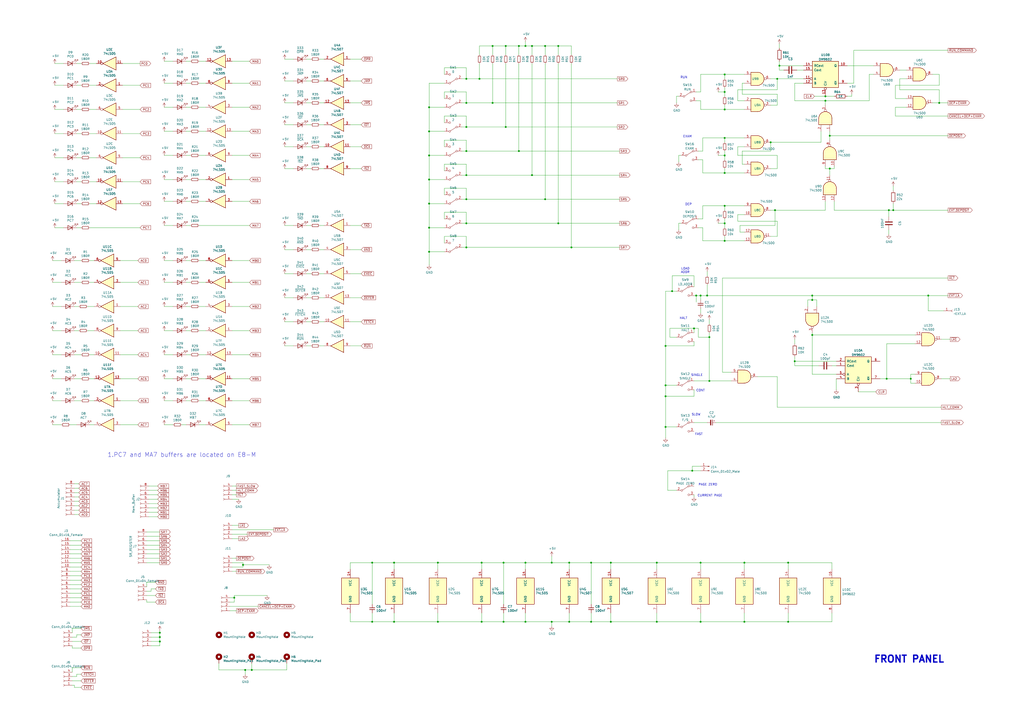
<source format=kicad_sch>
(kicad_sch (version 20231120) (generator "eeschema") (generator_version "8.0")
  (paper "A2")
  (title_block (title "EDUC-8 FRONT PANEL") (date "2021-07-14") (rev "1.0") (company "ELECTRONICS AUSTRALIA") (comment 1 "Designed by Jamieson Rowe") (comment 2 "Drawn by Gwyllym Suter"))
  (junction (at 279.4 360.68))
  (junction (at 452.12 38.1))
  (junction (at 401.574 273.05))
  (junction (at 323.85 26.67))
  (junction (at 135.89 346.71))
  (junction (at 528.32 219.71))
  (junction (at 293.37 26.67))
  (junction (at 308.61 101.6))
  (junction (at 228.6 360.68))
  (junction (at 304.8 360.68))
  (junction (at 478.79 55.88))
  (junction (at 323.85 129.54))
  (junction (at 292.1 326.39))
  (junction (at 449.58 121.92))
  (junction (at 420.37 100.33))
  (junction (at 457.2 360.68))
  (junction (at 285.75 59.69))
  (junction (at 270.51 87.63))
  (junction (at 411.48 220.98))
  (junction (at 270.51 129.54))
  (junction (at 316.23 26.67))
  (junction (at 538.48 171.45))
  (junction (at 386.08 247.65))
  (junction (at 270.51 115.57))
  (junction (at 270.51 101.6))
  (junction (at 420.37 53.34))
  (junction (at 270.51 73.66))
  (junction (at 292.1 360.68))
  (junction (at 420.37 119.38))
  (junction (at 403.86 171.45))
  (junction (at 308.61 26.67))
  (junction (at 342.9 326.39))
  (junction (at 386.08 223.52))
  (junction (at 450.85 45.72))
  (junction (at 381 326.39))
  (junction (at 228.6 326.39))
  (junction (at 92.71 367.03))
  (junction (at 386.08 200.66))
  (junction (at 270.51 45.72))
  (junction (at 420.37 80.01))
  (junction (at 406.4 360.68))
  (junction (at 431.8 360.68))
  (junction (at 278.13 45.72))
  (junction (at 300.99 26.67))
  (junction (at 279.4 326.39))
  (junction (at 518.16 121.92))
  (junction (at 381 360.68))
  (junction (at 420.37 139.7))
  (junction (at 481.33 97.79))
  (junction (at 478.79 58.42))
  (junction (at 471.17 173.99))
  (junction (at 457.2 326.39))
  (junction (at 342.9 360.68))
  (junction (at 248.92 76.2))
  (junction (at 254 360.68))
  (junction (at 420.37 90.17))
  (junction (at 254 326.39))
  (junction (at 471.17 171.45))
  (junction (at 304.8 326.39))
  (junction (at 461.01 209.55))
  (junction (at 248.92 132.08))
  (junction (at 92.71 369.57))
  (junction (at 354.33 326.39))
  (junction (at 389.89 168.91))
  (junction (at 406.4 326.39))
  (junction (at 420.37 63.5))
  (junction (at 215.9 326.39))
  (junction (at 285.75 26.67))
  (junction (at 406.4 171.45))
  (junction (at 320.04 326.39))
  (junction (at 140.97 327.66))
  (junction (at 320.04 360.68))
  (junction (at 215.9 360.68))
  (junction (at 248.92 118.11))
  (junction (at 330.2 360.68))
  (junction (at 544.83 59.69))
  (junction (at 270.51 143.51))
  (junction (at 471.17 194.31))
  (junction (at 248.92 146.05))
  (junction (at 420.37 43.18))
  (junction (at 410.21 171.45))
  (junction (at 300.99 87.63))
  (junction (at 142.24 388.62))
  (junction (at 411.48 195.58))
  (junction (at 402.59 190.5))
  (junction (at 293.37 73.66))
  (junction (at 304.8 26.67))
  (junction (at 515.62 121.92))
  (junction (at 447.04 82.55))
  (junction (at 354.33 360.68))
  (junction (at 514.35 219.71))
  (junction (at 92.71 372.11))
  (junction (at 386.08 229.87))
  (junction (at 270.51 59.69))
  (junction (at 248.92 90.17))
  (junction (at 316.23 115.57))
  (junction (at 146.05 388.62))
  (junction (at 481.33 78.74))
  (junction (at 331.47 143.51))
  (junction (at 330.2 326.39))
  (junction (at 248.92 62.23))
  (junction (at 248.92 104.14))
  (junction (at 420.37 129.54))
  (junction (at 431.8 326.39))
  (wire (pts (xy 115.57 232.41) (xy 119.38 232.41)))
  (wire (pts (xy 293.37 36.83) (xy 293.37 73.66)))
  (wire (pts (xy 115.57 205.74) (xy 119.38 205.74)))
  (wire (pts (xy 257.81 85.09) (xy 257.81 81.28)))
  (wire (pts (xy 392.43 55.88) (xy 393.7 55.88)))
  (wire (pts (xy 381 326.39) (xy 406.4 326.39)))
  (wire (pts (xy 180.34 97.79) (xy 177.8 97.79)))
  (wire (pts (xy 203.2 46.99) (xy 209.55 46.99)))
  (wire (pts (xy 203.2 97.79) (xy 209.55 97.79)))
  (wire (pts (xy 270.51 123.19) (xy 270.51 129.54)))
  (wire (pts (xy 257.81 71.12) (xy 257.81 67.31)))
  (wire (pts (xy 420.37 90.17) (xy 416.56 90.17)))
  (wire (pts (xy 461.01 209.55) (xy 485.14 209.55)))
  (wire (pts (xy 85.09 342.9) (xy 87.63 342.9)))
  (wire (pts (xy 430.53 87.63) (xy 430.53 95.25)))
  (wire (pts (xy 497.84 227.33) (xy 508 227.33)))
  (wire (pts (xy 107.95 151.13) (xy 110.49 151.13)))
  (wire (pts (xy 107.95 163.83) (xy 110.49 163.83)))
  (wire (pts (xy 41.91 387.35) (xy 41.91 389.89)))
  (wire (pts (xy 95.25 219.71) (xy 100.33 219.71)))
  (wire (pts (xy 389.89 168.91) (xy 386.08 168.91)))
  (wire (pts (xy 402.59 287.02) (xy 402.59 288.29)))
  (wire (pts (xy 30.48 177.8) (xy 35.56 177.8)))
  (wire (pts (xy 541.02 43.18) (xy 544.83 43.18)))
  (wire (pts (xy 354.33 360.68) (xy 381 360.68)))
  (wire (pts (xy 40.64 346.71) (xy 46.99 346.71)))
  (wire (pts (xy 304.8 360.68) (xy 320.04 360.68)))
  (wire (pts (xy 248.92 76.2) (xy 248.92 90.17)))
  (wire (pts (xy 95.25 205.74) (xy 100.33 205.74)))
  (wire (pts (xy 137.16 323.85) (xy 134.62 323.85)))
  (wire (pts (xy 134.62 312.42) (xy 138.43 312.42)))
  (wire (pts (xy 427.99 124.46) (xy 427.99 128.27)))
  (wire (pts (xy 420.37 137.16) (xy 420.37 139.7)))
  (wire (pts (xy 95.25 48.26) (xy 100.33 48.26)))
  (wire (pts (xy 386.08 200.66) (xy 386.08 223.52)))
  (wire (pts (xy 267.97 129.54) (xy 270.51 129.54)))
  (wire (pts (xy 450.85 218.44) (xy 450.85 236.22)))
  (wire (pts (xy 450.85 90.17) (xy 450.85 97.79)))
  (wire (pts (xy 472.44 55.88) (xy 478.79 55.88)))
  (wire (pts (xy 471.17 194.31) (xy 471.17 217.17)))
  (wire (pts (xy 342.9 360.68) (xy 354.33 360.68)))
  (wire (pts (xy 115.57 90.17) (xy 119.38 90.17)))
  (wire (pts (xy 86.36 289.56) (xy 91.44 289.56)))
  (wire (pts (xy 110.49 219.71) (xy 107.95 219.71)))
  (wire (pts (xy 420.37 119.38) (xy 420.37 121.92)))
  (wire (pts (xy 52.07 49.53) (xy 55.88 49.53)))
  (wire (pts (xy 165.1 200.66) (xy 170.18 200.66)))
  (wire (pts (xy 50.8 191.77) (xy 54.61 191.77)))
  (wire (pts (xy 134.62 328.93) (xy 140.97 328.93)))
  (wire (pts (xy 476.25 82.55) (xy 447.04 82.55)))
  (wire (pts (xy 402.59 200.66) (xy 402.59 198.12)))
  (wire (pts (xy 40.64 313.69) (xy 46.99 313.69)))
  (wire (pts (xy 180.34 34.29) (xy 177.8 34.29)))
  (wire (pts (xy 134.62 309.88) (xy 143.51 309.88)))
  (wire (pts (xy 85.09 345.44) (xy 90.17 345.44)))
  (wire (pts (xy 40.64 339.09) (xy 46.99 339.09)))
  (wire (pts (xy 86.36 294.64) (xy 91.44 294.64)))
  (wire (pts (xy 392.43 223.52) (xy 386.08 223.52)))
  (wire (pts (xy 518.16 118.11) (xy 518.16 121.92)))
  (wire (pts (xy 69.85 191.77) (xy 80.01 191.77)))
  (wire (pts (xy 91.44 284.48) (xy 86.36 284.48)))
  (wire (pts (xy 419.1 215.9) (xy 424.18 215.9)))
  (wire (pts (xy 115.57 62.23) (xy 119.38 62.23)))
  (wire (pts (xy 85.09 337.82) (xy 85.09 340.36)))
  (wire (pts (xy 257.81 99.06) (xy 257.81 95.25)))
  (wire (pts (xy 461.01 48.26) (xy 461.01 58.42)))
  (wire (pts (xy 476.25 76.2) (xy 476.25 82.55)))
  (wire (pts (xy 483.87 97.79) (xy 483.87 96.52)))
  (wire (pts (xy 115.57 151.13) (xy 119.38 151.13)))
  (wire (pts (xy 95.25 116.84) (xy 100.33 116.84)))
  (wire (pts (xy 43.18 219.71) (xy 46.99 219.71)))
  (wire (pts (xy 180.34 72.39) (xy 177.8 72.39)))
  (wire (pts (xy 392.43 168.91) (xy 389.89 168.91)))
  (wire (pts (xy 107.95 35.56) (xy 110.49 35.56)))
  (wire (pts (xy 320.04 363.22) (xy 320.04 360.68)))
  (wire (pts (xy 46.99 387.35) (xy 41.91 387.35)))
  (wire (pts (xy 431.8 355.6) (xy 431.8 360.68)))
  (wire (pts (xy 406.4 355.6) (xy 406.4 360.68)))
  (wire (pts (xy 403.86 53.34) (xy 406.4 53.34)))
  (wire (pts (xy 185.42 200.66) (xy 187.96 200.66)))
  (wire (pts (xy 447.04 87.63) (xy 430.53 87.63)))
  (wire (pts (xy 154.94 345.44) (xy 135.89 345.44)))
  (wire (pts (xy 43.18 191.77) (xy 45.72 191.77)))
  (wire (pts (xy 85.09 321.31) (xy 92.71 321.31)))
  (wire (pts (xy 107.95 76.2) (xy 110.49 76.2)))
  (wire (pts (xy 203.2 172.72) (xy 209.55 172.72)))
  (wire (pts (xy 30.48 205.74) (xy 35.56 205.74)))
  (wire (pts (xy 439.42 218.44) (xy 450.85 218.44)))
  (wire (pts (xy 406.4 179.07) (xy 406.4 181.61)))
  (wire (pts (xy 257.81 127) (xy 257.81 123.19)))
  (wire (pts (xy 248.92 62.23) (xy 248.92 76.2)))
  (wire (pts (xy 43.18 288.29) (xy 45.72 288.29)))
  (wire (pts (xy 466.09 38.1) (xy 452.12 38.1)))
  (wire (pts (xy 85.09 316.23) (xy 92.71 316.23)))
  (wire (pts (xy 71.12 63.5) (xy 81.28 63.5)))
  (wire (pts (xy 483.87 116.84) (xy 483.87 121.92)))
  (wire (pts (xy 420.37 50.8) (xy 420.37 53.34)))
  (wire (pts (xy 43.18 290.83) (xy 45.72 290.83)))
  (wire (pts (xy 44.45 118.11) (xy 46.99 118.11)))
  (wire (pts (xy 86.36 292.1) (xy 91.44 292.1)))
  (wire (pts (xy 420.37 53.34) (xy 420.37 55.88)))
  (wire (pts (xy 478.79 55.88) (xy 483.87 55.88)))
  (wire (pts (xy 142.24 391.16) (xy 142.24 388.62)))
  (wire (pts (xy 478.79 121.92) (xy 449.58 121.92)))
  (wire (pts (xy 85.09 318.77) (xy 92.71 318.77)))
  (wire (pts (xy 254 326.39) (xy 279.4 326.39)))
  (wire (pts (xy 431.8 58.42) (xy 427.99 58.42)))
  (wire (pts (xy 185.42 130.81) (xy 187.96 130.81)))
  (wire (pts (xy 107.95 90.17) (xy 110.49 90.17)))
  (wire (pts (xy 71.12 77.47) (xy 81.28 77.47)))
  (wire (pts (xy 411.48 187.96) (xy 411.48 185.42)))
  (wire (pts (xy 31.75 132.08) (xy 36.83 132.08)))
  (wire (pts (xy 52.07 36.83) (xy 55.88 36.83)))
  (wire (pts (xy 330.2 355.6) (xy 330.2 360.68)))
  (wire (pts (xy 519.43 67.31) (xy 549.91 67.31)))
  (wire (pts (xy 420.37 43.18) (xy 431.8 43.18)))
  (wire (pts (xy 52.07 151.13) (xy 54.61 151.13)))
  (wire (pts (xy 406.4 360.68) (xy 431.8 360.68)))
  (wire (pts (xy 254 355.6) (xy 254 360.68)))
  (wire (pts (xy 254 330.2) (xy 254 326.39)))
  (wire (pts (xy 323.85 31.75) (xy 323.85 26.67)))
  (wire (pts (xy 270.51 129.54) (xy 323.85 129.54)))
  (wire (pts (xy 279.4 326.39) (xy 292.1 326.39)))
  (wire (pts (xy 354.33 326.39) (xy 381 326.39)))
  (wire (pts (xy 431.8 330.2) (xy 431.8 326.39)))
  (wire (pts (xy 43.18 293.37) (xy 45.72 293.37)))
  (wire (pts (xy 257.81 39.37) (xy 270.51 39.37)))
  (wire (pts (xy 457.2 360.68) (xy 457.2 355.6)))
  (wire (pts (xy 115.57 177.8) (xy 119.38 177.8)))
  (wire (pts (xy 248.92 90.17) (xy 248.92 104.14)))
  (wire (pts (xy 203.2 34.29) (xy 209.55 34.29)))
  (wire (pts (xy 461.01 209.55) (xy 461.01 207.01)))
  (wire (pts (xy 257.81 104.14) (xy 248.92 104.14)))
  (wire (pts (xy 203.2 130.81) (xy 209.55 130.81)))
  (wire (pts (xy 471.17 217.17) (xy 485.14 217.17)))
  (wire (pts (xy 185.42 186.69) (xy 187.96 186.69)))
  (wire (pts (xy 127 388.62) (xy 142.24 388.62)))
  (wire (pts (xy 137.16 331.47) (xy 134.62 331.47)))
  (wire (pts (xy 86.36 287.02) (xy 91.44 287.02)))
  (wire (pts (xy 115.57 130.81) (xy 144.78 130.81)))
  (wire (pts (xy 393.7 133.35) (xy 393.7 129.54)))
  (wire (pts (xy 203.2 326.39) (xy 215.9 326.39)))
  (wire (pts (xy 257.81 140.97) (xy 257.81 137.16)))
  (wire (pts (xy 248.92 48.26) (xy 248.92 62.23)))
  (wire (pts (xy 185.42 34.29) (xy 187.96 34.29)))
  (wire (pts (xy 115.57 219.71) (xy 119.38 219.71)))
  (wire (pts (xy 293.37 31.75) (xy 293.37 26.67)))
  (wire (pts (xy 420.37 80.01) (xy 431.8 80.01)))
  (wire (pts (xy 402.59 229.87) (xy 386.08 229.87)))
  (wire (pts (xy 267.97 143.51) (xy 270.51 143.51)))
  (wire (pts (xy 228.6 355.6) (xy 228.6 360.68)))
  (wire (pts (xy 316.23 31.75) (xy 316.23 26.67)))
  (wire (pts (xy 248.92 132.08) (xy 248.92 146.05)))
  (wire (pts (xy 420.37 53.34) (xy 416.56 53.34)))
  (wire (pts (xy 270.51 143.51) (xy 270.51 137.16)))
  (wire (pts (xy 405.13 195.58) (xy 411.48 195.58)))
  (wire (pts (xy 69.85 163.83) (xy 80.01 163.83)))
  (wire (pts (xy 323.85 36.83) (xy 323.85 129.54)))
  (wire (pts (xy 165.1 186.69) (xy 170.18 186.69)))
  (wire (pts (xy 504.19 43.18) (xy 506.73 43.18)))
  (wire (pts (xy 447.04 45.72) (xy 450.85 45.72)))
  (wire (pts (xy 203.2 158.75) (xy 209.55 158.75)))
  (wire (pts (xy 52.07 232.41) (xy 54.61 232.41)))
  (wire (pts (xy 405.13 190.5) (xy 405.13 195.58)))
  (wire (pts (xy 279.4 330.2) (xy 279.4 326.39)))
  (wire (pts (xy 515.62 121.92) (xy 518.16 121.92)))
  (wire (pts (xy 267.97 73.66) (xy 270.51 73.66)))
  (wire (pts (xy 491.49 55.88) (xy 494.03 55.88)))
  (wire (pts (xy 44.45 368.3) (xy 46.99 368.3)))
  (wire (pts (xy 410.21 171.45) (xy 406.4 171.45)))
  (wire (pts (xy 50.8 177.8) (xy 54.61 177.8)))
  (wire (pts (xy 386.08 200.66) (xy 402.59 200.66)))
  (wire (pts (xy 402.59 226.06) (xy 402.59 229.87)))
  (wire (pts (xy 447.04 60.96) (xy 450.85 60.96)))
  (wire (pts (xy 95.25 151.13) (xy 100.33 151.13)))
  (wire (pts (xy 393.7 90.17) (xy 394.97 90.17)))
  (wire (pts (xy 411.48 193.04) (xy 411.48 195.58)))
  (wire (pts (xy 69.85 219.71) (xy 80.01 219.71)))
  (wire (pts (xy 43.18 205.74) (xy 46.99 205.74)))
  (wire (pts (xy 403.86 171.45) (xy 402.59 171.45)))
  (wire (pts (xy 420.37 90.17) (xy 420.37 92.71)))
  (wire (pts (xy 386.08 229.87) (xy 386.08 247.65)))
  (wire (pts (xy 466.09 48.26) (xy 461.01 48.26)))
  (wire (pts (xy 304.8 355.6) (xy 304.8 360.68)))
  (wire (pts (xy 44.45 63.5) (xy 46.99 63.5)))
  (wire (pts (xy 40.64 323.85) (xy 46.99 323.85)))
  (wire (pts (xy 270.51 137.16) (xy 257.81 137.16)))
  (wire (pts (xy 203.2 85.09) (xy 209.55 85.09)))
  (wire (pts (xy 85.09 308.61) (xy 92.71 308.61)))
  (wire (pts (xy 40.64 351.79) (xy 46.99 351.79)))
  (wire (pts (xy 457.2 360.68) (xy 482.6 360.68)))
  (wire (pts (xy 248.92 118.11) (xy 248.92 132.08)))
  (wire (pts (xy 43.18 177.8) (xy 45.72 177.8)))
  (wire (pts (xy 185.42 46.99) (xy 187.96 46.99)))
  (wire (pts (xy 427.99 52.07) (xy 450.85 52.07)))
  (wire (pts (xy 69.85 151.13) (xy 80.01 151.13)))
  (wire (pts (xy 71.12 105.41) (xy 81.28 105.41)))
  (wire (pts (xy 185.42 172.72) (xy 187.96 172.72)))
  (wire (pts (xy 450.85 236.22) (xy 546.1 236.22)))
  (wire (pts (xy 257.81 48.26) (xy 248.92 48.26)))
  (wire (pts (xy 323.85 129.54) (xy 359.41 129.54)))
  (wire (pts (xy 115.57 35.56) (xy 119.38 35.56)))
  (wire (pts (xy 203.2 72.39) (xy 209.55 72.39)))
  (wire (pts (xy 405.13 132.08) (xy 407.67 132.08)))
  (wire (pts (xy 40.64 318.77) (xy 46.99 318.77)))
  (wire (pts (xy 115.57 48.26) (xy 119.38 48.26)))
  (wire (pts (xy 215.9 360.68) (xy 228.6 360.68)))
  (wire (pts (xy 308.61 101.6) (xy 359.41 101.6)))
  (wire (pts (xy 43.18 285.75) (xy 45.72 285.75)))
  (wire (pts (xy 450.85 54.61) (xy 430.53 54.61)))
  (wire (pts (xy 471.17 171.45) (xy 538.48 171.45)))
  (wire (pts (xy 135.89 349.25) (xy 133.35 349.25)))
  (wire (pts (xy 471.17 171.45) (xy 410.21 171.45)))
  (wire (pts (xy 316.23 26.67) (xy 323.85 26.67)))
  (wire (pts (xy 544.83 52.07) (xy 544.83 59.69)))
  (wire (pts (xy 427.99 90.17) (xy 450.85 90.17)))
  (wire (pts (xy 31.75 91.44) (xy 36.83 91.44)))
  (wire (pts (xy 86.36 297.18) (xy 91.44 297.18)))
  (wire (pts (xy 115.57 191.77) (xy 119.38 191.77)))
  (wire (pts (xy 300.99 31.75) (xy 300.99 26.67)))
  (wire (pts (xy 331.47 36.83) (xy 331.47 143.51)))
  (wire (pts (xy 285.75 26.67) (xy 293.37 26.67)))
  (wire (pts (xy 52.07 205.74) (xy 54.61 205.74)))
  (wire (pts (xy 308.61 26.67) (xy 316.23 26.67)))
  (wire (pts (xy 407.67 80.01) (xy 420.37 80.01)))
  (wire (pts (xy 285.75 36.83) (xy 285.75 59.69)))
  (wire (pts (xy 461.01 212.09) (xy 461.01 209.55)))
  (wire (pts (xy 52.07 118.11) (xy 55.88 118.11)))
  (wire (pts (xy 257.81 109.22) (xy 270.51 109.22)))
  (wire (pts (xy 30.48 151.13) (xy 35.56 151.13)))
  (wire (pts (xy 402.59 193.04) (xy 402.59 190.5)))
  (wire (pts (xy 43.18 397.51) (xy 43.18 398.78)))
  (wire (pts (xy 46.99 163.83) (xy 43.18 163.83)))
  (wire (pts (xy 519.43 62.23) (xy 519.43 67.31)))
  (wire (pts (xy 457.2 326.39) (xy 457.2 330.2)))
  (wire (pts (xy 547.37 180.34) (xy 538.48 180.34)))
  (wire (pts (xy 135.89 346.71) (xy 135.89 349.25)))
  (wire (pts (xy 323.85 26.67) (xy 331.47 26.67)))
  (wire (pts (xy 177.8 172.72) (xy 180.34 172.72)))
  (wire (pts (xy 43.18 151.13) (xy 46.99 151.13)))
  (wire (pts (xy 203.2 360.68) (xy 215.9 360.68)))
  (wire (pts (xy 180.34 46.99) (xy 177.8 46.99)))
  (wire (pts (xy 530.86 194.31) (xy 471.17 194.31)))
  (wire (pts (xy 420.37 82.55) (xy 420.37 80.01)))
  (wire (pts (xy 107.95 191.77) (xy 110.49 191.77)))
  (wire (pts (xy 40.64 349.25) (xy 46.99 349.25)))
  (wire (pts (xy 46.99 49.53) (xy 44.45 49.53)))
  (wire (pts (xy 40.64 344.17) (xy 46.99 344.17)))
  (wire (pts (xy 71.12 91.44) (xy 81.28 91.44)))
  (wire (pts (xy 134.62 307.34) (xy 158.75 307.34)))
  (wire (pts (xy 278.13 45.72) (xy 358.14 45.72)))
  (wire (pts (xy 461.01 58.42) (xy 478.79 58.42)))
  (wire (pts (xy 515.62 125.73) (xy 515.62 121.92)))
  (wire (pts (xy 149.86 351.79) (xy 133.35 351.79)))
  (wire (pts (xy 43.18 283.21) (xy 45.72 283.21)))
  (wire (pts (xy 92.71 365.76) (xy 92.71 367.03)))
  (wire (pts (xy 133.35 346.71) (xy 135.89 346.71)))
  (wire (pts (xy 215.9 355.6) (xy 215.9 360.68)))
  (wire (pts (xy 406.4 53.34) (xy 406.4 43.18)))
  (wire (pts (xy 92.71 374.65) (xy 92.71 372.11)))
  (wire (pts (xy 530.86 199.39) (xy 514.35 199.39)))
  (wire (pts (xy 320.04 360.68) (xy 330.2 360.68)))
  (wire (pts (xy 431.8 326.39) (xy 457.2 326.39)))
  (wire (pts (xy 115.57 76.2) (xy 119.38 76.2)))
  (wire (pts (xy 461.01 199.39) (xy 461.01 196.85)))
  (wire (pts (xy 549.91 161.29) (xy 419.1 161.29)))
  (wire (pts (xy 52.07 63.5) (xy 55.88 63.5)))
  (wire (pts (xy 420.37 129.54) (xy 420.37 132.08)))
  (wire (pts (xy 267.97 59.69) (xy 270.51 59.69)))
  (wire (pts (xy 270.51 109.22) (xy 270.51 115.57)))
  (wire (pts (xy 406.4 270.51) (xy 401.574 270.51)))
  (wire (pts (xy 257.81 118.11) (xy 248.92 118.11)))
  (wire (pts (xy 407.67 132.08) (xy 407.67 139.7)))
  (wire (pts (xy 482.6 212.09) (xy 485.14 212.09)))
  (wire (pts (xy 300.99 26.67) (xy 304.8 26.67)))
  (wire (pts (xy 69.85 232.41) (xy 80.01 232.41)))
  (wire (pts (xy 137.16 354.33) (xy 133.35 354.33)))
  (wire (pts (xy 40.64 328.93) (xy 46.99 328.93)))
  (wire (pts (xy 270.51 39.37) (xy 270.51 45.72)))
  (wire (pts (xy 166.37 388.62) (xy 166.37 384.81)))
  (wire (pts (xy 544.83 59.69) (xy 549.91 59.69)))
  (wire (pts (xy 481.33 78.74) (xy 549.91 78.74)))
  (wire (pts (xy 142.24 388.62) (xy 146.05 388.62)))
  (wire (pts (xy 406.4 173.99) (xy 406.4 171.45)))
  (wire (pts (xy 407.67 127) (xy 407.67 119.38)))
  (wire (pts (xy 41.91 364.49) (xy 46.99 364.49)))
  (wire (pts (xy 165.1 34.29) (xy 170.18 34.29)))
  (wire (pts (xy 278.13 31.75) (xy 278.13 26.67)))
  (wire (pts (xy 331.47 31.75) (xy 331.47 26.67)))
  (wire (pts (xy 544.83 43.18) (xy 544.83 49.53)))
  (wire (pts (xy 471.17 173.99) (xy 471.17 171.45)))
  (wire (pts (xy 504.19 43.18) (xy 504.19 58.42)))
  (wire (pts (xy 44.45 77.47) (xy 46.99 77.47)))
  (wire (pts (xy 402.59 220.98) (xy 411.48 220.98)))
  (wire (pts (xy 330.2 330.2) (xy 330.2 326.39)))
  (wire (pts (xy 177.8 158.75) (xy 180.34 158.75)))
  (wire (pts (xy 134.62 219.71) (xy 144.78 219.71)))
  (wire (pts (xy 420.37 129.54) (xy 416.56 129.54)))
  (wire (pts (xy 31.75 77.47) (xy 36.83 77.47)))
  (wire (pts (xy 316.23 115.57) (xy 359.41 115.57)))
  (wire (pts (xy 165.1 85.09) (xy 170.18 85.09)))
  (wire (pts (xy 452.12 40.64) (xy 454.66 40.64)))
  (wire (pts (xy 31.75 36.83) (xy 36.83 36.83)))
  (wire (pts (xy 330.2 360.68) (xy 342.9 360.68)))
  (wire (pts (xy 402.59 190.5) (xy 405.13 190.5)))
  (wire (pts (xy 270.51 143.51) (xy 331.47 143.51)))
  (wire (pts (xy 420.37 60.96) (xy 420.37 63.5)))
  (wire (pts (xy 40.64 246.38) (xy 44.45 246.38)))
  (wire (pts (xy 407.67 92.71) (xy 407.67 100.33)))
  (wire (pts (xy 450.85 97.79) (xy 447.04 97.79)))
  (wire (pts (xy 308.61 36.83) (xy 308.61 101.6)))
  (wire (pts (xy 267.97 45.72) (xy 270.51 45.72)))
  (wire (pts (xy 215.9 326.39) (xy 228.6 326.39)))
  (wire (pts (xy 115.57 104.14) (xy 119.38 104.14)))
  (wire (pts (xy 71.12 36.83) (xy 81.28 36.83)))
  (wire (pts (xy 71.12 118.11) (xy 81.28 118.11)))
  (wire (pts (xy 528.32 219.71) (xy 528.32 222.25)))
  (wire (pts (xy 257.81 53.34) (xy 270.51 53.34)))
  (wire (pts (xy 449.58 130.81) (xy 449.58 121.92)))
  (wire (pts (xy 478.79 96.52) (xy 478.79 97.79)))
  (wire (pts (xy 31.75 105.41) (xy 36.83 105.41)))
  (wire (pts (xy 134.62 177.8) (xy 144.78 177.8)))
  (wire (pts (xy 304.8 330.2) (xy 304.8 326.39)))
  (wire (pts (xy 44.45 91.44) (xy 46.99 91.44)))
  (wire (pts (xy 257.81 123.19) (xy 270.51 123.19)))
  (wire (pts (xy 406.4 43.18) (xy 420.37 43.18)))
  (wire (pts (xy 468.63 173.99) (xy 471.17 173.99)))
  (wire (pts (xy 257.81 62.23) (xy 248.92 62.23)))
  (wire (pts (xy 278.13 26.67) (xy 285.75 26.67)))
  (wire (pts (xy 528.32 217.17) (xy 528.32 219.71)))
  (wire (pts (xy 407.67 139.7) (xy 420.37 139.7)))
  (wire (pts (xy 140.97 326.39) (xy 134.62 326.39)))
  (wire (pts (xy 270.51 115.57) (xy 316.23 115.57)))
  (wire (pts (xy 528.32 222.25) (xy 530.86 222.25)))
  (wire (pts (xy 257.81 43.18) (xy 257.81 39.37)))
  (wire (pts (xy 134.62 287.02) (xy 137.16 287.02)))
  (wire (pts (xy 270.51 45.72) (xy 278.13 45.72)))
  (wire (pts (xy 43.18 298.45) (xy 45.72 298.45)))
  (wire (pts (xy 429.26 130.81) (xy 449.58 130.81)))
  (wire (pts (xy 115.57 116.84) (xy 119.38 116.84)))
  (wire (pts (xy 105.41 246.38) (xy 107.95 246.38)))
  (wire (pts (xy 203.2 186.69) (xy 209.55 186.69)))
  (wire (pts (xy 519.43 49.53) (xy 519.43 57.15)))
  (wire (pts (xy 107.95 62.23) (xy 110.49 62.23)))
  (wire (pts (xy 46.99 36.83) (xy 44.45 36.83)))
  (wire (pts (xy 544.83 59.69) (xy 541.02 59.69)))
  (wire (pts (xy 525.78 62.23) (xy 519.43 62.23)))
  (wire (pts (xy 215.9 326.39) (xy 215.9 350.52)))
  (wire (pts (xy 293.37 26.67) (xy 300.99 26.67)))
  (wire (pts (xy 107.95 116.84) (xy 110.49 116.84)))
  (wire (pts (xy 43.18 232.41) (xy 46.99 232.41)))
  (wire (pts (xy 134.62 163.83) (xy 144.78 163.83)))
  (wire (pts (xy 316.23 36.83) (xy 316.23 115.57)))
  (wire (pts (xy 41.91 369.57) (xy 44.45 369.57)))
  (wire (pts (xy 546.1 219.71) (xy 551.18 219.71)))
  (wire (pts (xy 203.2 200.66) (xy 209.55 200.66)))
  (wire (pts (xy 248.92 104.14) (xy 248.92 118.11)))
  (wire (pts (xy 304.8 26.67) (xy 304.8 24.13)))
  (wire (pts (xy 140.97 327.66) (xy 140.97 326.39)))
  (wire (pts (xy 270.51 95.25) (xy 270.51 101.6)))
  (wire (pts (xy 134.62 151.13) (xy 144.78 151.13)))
  (wire (pts (xy 430.53 95.25) (xy 431.8 95.25)))
  (wire (pts (xy 407.67 119.38) (xy 420.37 119.38)))
  (wire (pts (xy 134.62 116.84) (xy 144.78 116.84)))
  (wire (pts (xy 354.33 330.2) (xy 354.33 326.39)))
  (wire (pts (xy 270.51 67.31) (xy 270.51 73.66)))
  (wire (pts (xy 292.1 350.52) (xy 292.1 326.39)))
  (wire (pts (xy 407.67 100.33) (xy 420.37 100.33)))
  (wire (pts (xy 514.35 199.39) (xy 514.35 219.71)))
  (wire (pts (xy 519.43 57.15) (xy 525.78 57.15)))
  (wire (pts (xy 248.92 146.05) (xy 248.92 153.67)))
  (wire (pts (xy 203.2 355.6) (xy 203.2 360.68)))
  (wire (pts (xy 406.4 63.5) (xy 420.37 63.5)))
  (wire (pts (xy 134.62 246.38) (xy 144.78 246.38)))
  (wire (pts (xy 521.97 52.07) (xy 544.83 52.07)))
  (wire (pts (xy 44.45 369.57) (xy 44.45 368.3)))
  (wire (pts (xy 180.34 85.09) (xy 177.8 85.09)))
  (wire (pts (xy 228.6 326.39) (xy 254 326.39)))
  (wire (pts (xy 134.62 191.77) (xy 144.78 191.77)))
  (wire (pts (xy 420.37 45.72) (xy 420.37 43.18)))
  (wire (pts (xy 44.45 391.16) (xy 44.45 392.43)))
  (wire (pts (xy 43.18 280.67) (xy 45.72 280.67)))
  (wire (pts (xy 471.17 173.99) (xy 473.71 173.99)))
  (wire (pts (xy 381 330.2) (xy 381 326.39)))
  (wire (pts (xy 41.91 374.65) (xy 41.91 375.92)))
  (wire (pts (xy 478.79 60.96) (xy 478.79 58.42)))
  (wire (pts (xy 342.9 326.39) (xy 354.33 326.39)))
  (wire (pts (xy 165.1 172.72) (xy 170.18 172.72)))
  (wire (pts (xy 71.12 49.53) (xy 81.28 49.53)))
  (wire (pts (xy 447.04 82.55) (xy 447.04 87.63)))
  (wire (pts (xy 30.48 232.41) (xy 35.56 232.41)))
  (wire (pts (xy 270.51 101.6) (xy 308.61 101.6)))
  (wire (pts (xy 203.2 59.69) (xy 209.55 59.69)))
  (wire (pts (xy 331.47 143.51) (xy 359.41 143.51)))
  (wire (pts (xy 420.37 127) (xy 420.37 129.54)))
  (wire (pts (xy 185.42 85.09) (xy 187.96 85.09)))
  (wire (pts (xy 491.49 48.26) (xy 495.3 48.26)))
  (wire (pts (xy 165.1 59.69) (xy 170.18 59.69)))
  (wire (pts (xy 203.2 330.2) (xy 203.2 326.39)))
  (wire (pts (xy 495.3 48.26) (xy 495.3 29.21)))
  (wire (pts (xy 257.81 81.28) (xy 270.51 81.28)))
  (wire (pts (xy 420.37 87.63) (xy 420.37 90.17)))
  (wire (pts (xy 40.64 334.01) (xy 46.99 334.01)))
  (wire (pts (xy 430.53 54.61) (xy 430.53 48.26)))
  (wire (pts (xy 267.97 101.6) (xy 270.51 101.6)))
  (wire (pts (xy 402.59 245.11) (xy 410.21 245.11)))
  (wire (pts (xy 140.97 328.93) (xy 140.97 327.66)))
  (wire (pts (xy 401.574 273.05) (xy 406.4 273.05)))
  (wire (pts (xy 110.49 130.81) (xy 107.95 130.81)))
  (wire (pts (xy 134.62 48.26) (xy 144.78 48.26)))
  (wire (pts (xy 257.81 57.15) (xy 257.81 53.34)))
  (wire (pts (xy 52.07 77.47) (xy 55.88 77.47)))
  (wire (pts (xy 134.62 205.74) (xy 144.78 205.74)))
  (wire (pts (xy 387.35 284.48) (xy 392.43 284.48)))
  (wire (pts (xy 481.33 97.79) (xy 483.87 97.79)))
  (wire (pts (xy 257.81 146.05) (xy 248.92 146.05)))
  (wire (pts (xy 140.97 327.66) (xy 156.21 327.66)))
  (wire (pts (xy 177.8 186.69) (xy 180.34 186.69)))
  (wire (pts (xy 41.91 367.03) (xy 41.91 364.49)))
  (wire (pts (xy 85.09 313.69) (xy 92.71 313.69)))
  (wire (pts (xy 483.87 121.92) (xy 515.62 121.92)))
  (wire (pts (xy 330.2 326.39) (xy 342.9 326.39)))
  (wire (pts (xy 52.07 132.08) (xy 81.28 132.08)))
  (wire (pts (xy 320.04 322.58) (xy 320.04 326.39)))
  (wire (pts (xy 44.45 105.41) (xy 46.99 105.41)))
  (wire (pts (xy 494.03 54.61) (xy 494.03 55.88)))
  (wire (pts (xy 388.62 190.5) (xy 388.62 195.58)))
  (wire (pts (xy 185.42 97.79) (xy 187.96 97.79)))
  (wire (pts (xy 177.8 130.81) (xy 180.34 130.81)))
  (wire (pts (xy 85.09 349.25) (xy 90.17 349.25)))
  (wire (pts (xy 407.67 87.63) (xy 407.67 80.01)))
  (wire (pts (xy 43.18 295.91) (xy 45.72 295.91)))
  (wire (pts (xy 177.8 200.66) (xy 180.34 200.66)))
  (wire (pts (xy 267.97 87.63) (xy 270.51 87.63)))
  (wire (pts (xy 420.37 97.79) (xy 420.37 100.33)))
  (wire (pts (xy 387.35 273.05) (xy 401.574 273.05)))
  (wire (pts (xy 538.48 171.45) (xy 549.91 171.45)))
  (wire (pts (xy 452.12 27.94) (xy 452.12 25.4)))
  (wire (pts (xy 40.64 326.39) (xy 46.99 326.39)))
  (wire (pts (xy 420.37 139.7) (xy 431.8 139.7)))
  (wire (pts (xy 403.86 58.42) (xy 406.4 58.42)))
  (wire (pts (xy 95.25 130.81) (xy 100.33 130.81)))
  (wire (pts (xy 482.6 326.39) (xy 482.6 330.2)))
  (wire (pts (xy 546.1 196.85) (xy 551.18 196.85)))
  (wire (pts (xy 165.1 130.81) (xy 170.18 130.81)))
  (wire (pts (xy 134.62 35.56) (xy 144.78 35.56)))
  (wire (pts (xy 30.48 191.77) (xy 35.56 191.77)))
  (wire (pts (xy 406.4 330.2) (xy 406.4 326.39)))
  (wire (pts (xy 95.25 90.17) (xy 100.33 90.17)))
  (wire (pts (xy 43.18 398.78) (xy 46.99 398.78)))
  (wire (pts (xy 320.04 326.39) (xy 330.2 326.39)))
  (wire (pts (xy 92.71 367.03) (xy 87.63 367.03)))
  (wire (pts (xy 431.8 119.38) (xy 420.37 119.38)))
  (wire (pts (xy 279.4 360.68) (xy 292.1 360.68)))
  (wire (pts (xy 95.25 177.8) (xy 100.33 177.8)))
  (wire (pts (xy 401.574 270.51) (xy 401.574 273.05)))
  (wire (pts (xy 450.85 54.61) (xy 450.85 60.96)))
  (wire (pts (xy 134.62 232.41) (xy 144.78 232.41)))
  (wire (pts (xy 450.85 137.16) (xy 447.04 137.16)))
  (wire (pts (xy 107.95 104.14) (xy 110.49 104.14)))
  (wire (pts (xy 518.16 121.92) (xy 549.91 121.92)))
  (wire (pts (xy 44.45 132.08) (xy 46.99 132.08)))
  (wire (pts (xy 87.63 369.57) (xy 92.71 369.57)))
  (wire (pts (xy 40.64 331.47) (xy 46.99 331.47)))
  (wire (pts (xy 474.98 212.09) (xy 461.01 212.09)))
  (wire (pts (xy 285.75 59.69) (xy 358.14 59.69)))
  (wire (pts (xy 530.86 217.17) (xy 528.32 217.17)))
  (wire (pts (xy 450.85 128.27) (xy 450.85 137.16)))
  (wire (pts (xy 495.3 29.21) (xy 549.91 29.21)))
  (wire (pts (xy 452.12 38.1) (xy 452.12 40.64)))
  (wire (pts (xy 538.48 180.34) (xy 538.48 171.45)))
  (wire (pts (xy 481.33 81.28) (xy 481.33 78.74)))
  (wire (pts (xy 185.42 144.78) (xy 187.96 144.78)))
  (wire (pts (xy 134.62 62.23) (xy 144.78 62.23)))
  (wire (pts (xy 52.07 246.38) (xy 54.61 246.38)))
  (wire (pts (xy 87.63 341.63) (xy 90.17 341.63)))
  (wire (pts (xy 87.63 372.11) (xy 92.71 372.11)))
  (wire (pts (xy 185.42 158.75) (xy 187.96 158.75)))
  (wire (pts (xy 95.25 232.41) (xy 100.33 232.41)))
  (wire (pts (xy 110.49 232.41) (xy 107.95 232.41)))
  (wire (pts (xy 134.62 284.48) (xy 137.16 284.48)))
  (wire (pts (xy 388.62 190.5) (xy 402.59 190.5)))
  (wire (pts (xy 389.89 168.91) (xy 389.89 160.02)))
  (wire (pts (xy 430.53 48.26) (xy 431.8 48.26)))
  (wire (pts (xy 92.71 369.57) (xy 92.71 367.03)))
  (wire (pts (xy 457.2 326.39) (xy 482.6 326.39)))
  (wire (pts (xy 427.99 85.09) (xy 427.99 90.17)))
  (wire (pts (xy 481.33 101.6) (xy 481.33 97.79)))
  (wire (pts (xy 107.95 48.26) (xy 110.49 48.26)))
  (wire (pts (xy 427.99 52.07) (xy 427.99 58.42)))
  (wire (pts (xy 115.57 246.38) (xy 119.38 246.38)))
  (wire (pts (xy 40.64 336.55) (xy 46.99 336.55)))
  (wire (pts (xy 40.64 316.23) (xy 46.99 316.23)))
  (wire (pts (xy 95.25 246.38) (xy 100.33 246.38)))
  (wire (pts (xy 270.51 73.66) (xy 293.37 73.66)))
  (wire (pts (xy 257.81 109.22) (xy 257.81 113.03)))
  (wire (pts (xy 146.05 388.62) (xy 166.37 388.62)))
  (wire (pts (xy 134.62 76.2) (xy 144.78 76.2)))
  (wire (pts (xy 381 360.68) (xy 406.4 360.68)))
  (wire (pts (xy 393.7 93.98) (xy 393.7 90.17)))
  (wire (pts (xy 485.14 219.71) (xy 485.14 226.06)))
  (wire (pts (xy 510.54 219.71) (xy 514.35 219.71)))
  (wire (pts (xy 177.8 144.78) (xy 180.34 144.78)))
  (wire (pts (xy 86.36 299.72) (xy 91.44 299.72)))
  (wire (pts (xy 473.71 173.99) (xy 473.71 177.8)))
  (wire (pts (xy 410.21 165.1) (xy 410.21 171.45)))
  (wire (pts (xy 387.35 284.48) (xy 387.35 273.05)))
  (wire (pts (xy 95.25 62.23) (xy 100.33 62.23)))
  (wire (pts (xy 52.07 91.44) (xy 55.88 91.44)))
  (wire (pts (xy 95.25 76.2) (xy 100.33 76.2)))
  (wire (pts (xy 420.37 63.5) (xy 431.8 63.5)))
  (wire (pts (xy 342.9 350.52) (xy 342.9 326.39)))
  (wire (pts (xy 134.62 104.14) (xy 144.78 104.14)))
  (wire (pts (xy 85.09 347.98) (xy 85.09 349.25)))
  (wire (pts (xy 386.08 247.65) (xy 386.08 254)))
  (wire (pts (xy 30.48 246.38) (xy 35.56 246.38)))
  (wire (pts (xy 406.4 326.39) (xy 431.8 326.39)))
  (wire (pts (xy 544.83 49.53) (xy 519.43 49.53)))
  (wire (pts (xy 52.07 105.41) (xy 55.88 105.41)))
  (wire (pts (xy 388.62 195.58) (xy 392.43 195.58)))
  (wire (pts (xy 44.45 392.43) (xy 41.91 392.43)))
  (wire (pts (xy 410.21 157.48) (xy 410.21 160.02)))
  (wire (pts (xy 449.58 121.92) (xy 447.04 121.92)))
  (wire (pts (xy 165.1 46.99) (xy 170.18 46.99)))
  (wire (pts (xy 52.07 163.83) (xy 54.61 163.83)))
  (wire (pts (xy 431.8 134.62) (xy 429.26 134.62)))
  (wire (pts (xy 85.09 323.85) (xy 92.71 323.85)))
  (wire (pts (xy 450.85 45.72) (xy 466.09 45.72)))
  (wire (pts (xy 386.08 168.91) (xy 386.08 200.66)))
  (wire (pts (xy 165.1 144.78) (xy 170.18 144.78)))
  (wire (pts (xy 292.1 360.68) (xy 304.8 360.68)))
  (wire (pts (xy 406.4 171.45) (xy 403.86 171.45)))
  (wire (pts (xy 134.62 281.94) (xy 137.16 281.94)))
  (wire (pts (xy 308.61 26.67) (xy 304.8 26.67)))
  (wire (pts (xy 342.9 355.6) (xy 342.9 360.68)))
  (wire (pts (xy 278.13 36.83) (xy 278.13 45.72)))
  (wire (pts (xy 95.25 35.56) (xy 100.33 35.56)))
  (wire (pts (xy 270.51 87.63) (xy 300.99 87.63)))
  (wire (pts (xy 254 360.68) (xy 279.4 360.68)))
  (wire (pts (xy 134.62 304.8) (xy 138.43 304.8)))
  (wire (pts (xy 257.81 67.31) (xy 270.51 67.31)))
  (wire (pts (xy 415.29 245.11) (xy 546.1 245.11)))
  (wire (pts (xy 92.71 372.11) (xy 92.71 369.57)))
  (wire (pts (xy 87.63 374.65) (xy 92.71 374.65)))
  (wire (pts (xy 471.17 193.04) (xy 471.17 194.31)))
  (wire (pts (xy 270.51 53.34) (xy 270.51 59.69)))
  (wire (pts (xy 69.85 246.38) (xy 80.01 246.38)))
  (wire (pts (xy 521.97 45.72) (xy 521.97 52.07)))
  (wire (pts (xy 165.1 97.79) (xy 170.18 97.79)))
  (wire (pts (xy 30.48 219.71) (xy 35.56 219.71)))
  (wire (pts (xy 31.75 63.5) (xy 36.83 63.5)))
  (wire (pts (xy 392.43 59.69) (xy 392.43 55.88)))
  (wire (pts (xy 431.8 85.09) (xy 427.99 85.09)))
  (wire (pts (xy 450.85 52.07) (xy 450.85 45.72)))
  (wire (pts (xy 40.64 341.63) (xy 46.99 341.63)))
  (wire (pts (xy 420.37 100.33) (xy 431.8 100.33)))
  (wire (pts (xy 41.91 394.97) (xy 46.99 394.97)))
  (wire (pts (xy 431.8 360.68) (xy 457.2 360.68)))
  (wire (pts (xy 482.6 360.68) (xy 482.6 355.6)))
  (wire (pts (xy 386.08 223.52) (xy 386.08 229.87)))
  (wire (pts (xy 257.81 95.25) (xy 270.51 95.25)))
  (wire (pts (xy 95.25 104.14) (xy 100.33 104.14)))
  (wire (pts (xy 478.79 116.84) (xy 478.79 121.92)))
  (wire (pts (xy 138.43 289.56) (xy 134.62 289.56)))
  (wire (pts (xy 521.97 40.64) (xy 525.78 40.64)))
  (wire (pts (xy 381 355.6) (xy 381 360.68)))
  (wire (pts (xy 228.6 330.2) (xy 228.6 326.39)))
  (wire (pts (xy 257.81 132.08) (xy 248.92 132.08)))
  (wire (pts (xy 491.49 38.1) (xy 506.73 38.1)))
  (wire (pts (xy 514.35 219.71) (xy 528.32 219.71)))
  (wire (pts (xy 52.07 219.71) (xy 54.61 219.71)))
  (wire (pts (xy 285.75 31.75) (xy 285.75 26.67)))
  (wire (pts (xy 452.12 38.1) (xy 452.12 35.56)))
  (wire (pts (xy 30.48 163.83) (xy 35.56 163.83)))
  (wire (pts (xy 468.63 177.8) (xy 468.63 173.99)))
  (wire (pts (xy 308.61 31.75) (xy 308.61 26.67)))
  (wire (pts (xy 107.95 177.8) (xy 110.49 177.8)))
  (wire (pts (xy 228.6 360.68) (xy 254 360.68)))
  (wire (pts (xy 267.97 115.57) (xy 270.51 115.57)))
  (wire (pts (xy 402.59 166.37) (xy 402.59 160.02)))
  (wire (pts (xy 411.48 195.58) (xy 411.48 220.98)))
  (wire (pts (xy 419.1 161.29) (xy 419.1 215.9)))
  (wire (pts (xy 292.1 355.6) (xy 292.1 360.68)))
  (wire (pts (xy 403.86 171.45) (xy 403.86 175.26)))
  (wire (pts (xy 85.09 326.39) (xy 92.71 326.39)))
  (wire (pts (xy 135.89 345.44) (xy 135.89 346.71)))
  (wire (pts (xy 386.08 247.65) (xy 392.43 247.65)))
  (wire (pts (xy 270.51 81.28) (xy 270.51 87.63)))
  (wire (pts (xy 69.85 177.8) (xy 80.01 177.8)))
  (wire (pts (xy 411.48 220.98) (xy 424.18 220.98)))
  (wire (pts (xy 304.8 326.39) (xy 320.04 326.39)))
  (wire (pts (xy 406.4 58.42) (xy 406.4 63.5)))
  (wire (pts (xy 41.91 375.92) (xy 46.99 375.92)))
  (wire (pts (xy 115.57 163.83) (xy 119.38 163.83)))
  (wire (pts (xy 427.99 128.27) (xy 450.85 128.27)))
  (wire (pts (xy 293.37 73.66) (xy 358.14 73.66)))
  (wire (pts (xy 478.79 58.42) (xy 504.19 58.42)))
  (wire (pts (xy 31.75 118.11) (xy 36.83 118.11)))
  (wire (pts (xy 257.81 76.2) (xy 248.92 76.2)))
  (wire (pts (xy 462.28 40.64) (xy 466.09 40.64)))
  (wire (pts (xy 515.62 133.35) (xy 515.62 135.89)))
  (wire (pts (xy 300.99 87.63) (xy 359.41 87.63)))
  (wire (pts (xy 107.95 205.74) (xy 110.49 205.74)))
  (wire (pts (xy 525.78 45.72) (xy 521.97 45.72)))
  (wire (pts (xy 46.99 391.16) (xy 44.45 391.16)))
  (wire (pts (xy 405.13 87.63) (xy 407.67 87.63)))
  (wire (pts (xy 431.8 124.46) (xy 427.99 124.46)))
  (wire (pts (xy 87.63 342.9) (xy 87.63 341.63)))
  (wire (pts (xy 478.79 97.79) (xy 481.33 97.79)))
  (wire (pts (xy 257.81 90.17) (xy 248.92 90.17)))
  (wire (pts (xy 95.25 163.83) (xy 100.33 163.83)))
  (wire (pts (xy 41.91 372.11) (xy 46.99 372.11)))
  (wire (pts (xy 95.25 191.77) (xy 100.33 191.77)))
  (wire (pts (xy 185.42 59.69) (xy 187.96 59.69)))
  (wire (pts (xy 41.91 397.51) (xy 43.18 397.51)))
  (wire (pts (xy 180.34 59.69) (xy 177.8 59.69)))
  (wire (pts (xy 300.99 36.83) (xy 300.99 87.63)))
  (wire (pts (xy 405.13 127) (xy 407.67 127)))
  (wire (pts (xy 185.42 72.39) (xy 187.96 72.39)))
  (wire (pts (xy 203.2 144.78) (xy 209.55 144.78)))
  (wire (pts (xy 165.1 158.75) (xy 170.18 158.75)))
  (wire (pts (xy 90.17 337.82) (xy 85.09 337.82)))
  (wire (pts (xy 481.33 78.74) (xy 481.33 76.2)))
  (wire (pts (xy 518.16 107.95) (xy 518.16 110.49)))
  (wire (pts (xy 31.75 49.53) (xy 36.83 49.53)))
  (wire (pts (xy 69.85 205.74) (xy 80.01 205.74)))
  (wire (pts (xy 85.09 311.15) (xy 92.71 311.15)))
  (wire (pts (xy 270.51 59.69) (xy 285.75 59.69)))
  (wire (pts (xy 40.64 321.31) (xy 46.99 321.31)))
  (wire (pts (xy 146.05 384.81) (xy 146.05 388.62)))
  (wire (pts (xy 354.33 355.6) (xy 354.33 360.68)))
  (wire (pts (xy 393.7 129.54) (xy 394.97 129.54)))
  (wire (pts (xy 292.1 326.39) (xy 304.8 326.39)))
  (wire (pts (xy 86.36 281.94) (xy 91.44 281.94)))
  (wire (pts (xy 127 384.81) (xy 127 388.62)))
  (wire (pts (xy 279.4 355.6) (xy 279.4 360.68)))
  (wire (pts (xy 134.62 90.17) (xy 144.78 90.17)))
  (wire (pts (xy 402.59 160.02) (xy 389.89 160.02)))
  (wire (pts (xy 405.13 92.71) (xy 407.67 92.71)))
  (wire (pts (xy 165.1 72.39) (xy 170.18 72.39)))
  (wire (pts (xy 429.26 130.81) (xy 429.26 134.62)))
  (text "SINGLE\n" (at 407.67 218.44 0) (effects (font (size 1.27 1.27)) (justify right bottom)))
  (text "PAGE ZERO" (at 405.13 281.94 0) (effects (font (size 1.27 1.27)) (justify left bottom)))
  (text "1.PC7 and MA7 buffers are located on E8-M" (at 148.59 265.43 0) (effects (font (size 2.4892 2.4892)) (justify right bottom)))
  (text "EXAM" (at 401.32 80.01 0) (effects (font (size 1.27 1.27)) (justify right bottom)))
  (text "HALT" (at 398.78 185.42 0) (effects (font (size 1.27 1.27)) (justify right bottom)))
  (text "CONT" (at 408.94 227.33 0) (effects (font (size 1.27 1.27)) (justify right bottom)))
  (text "FAST" (at 407.67 252.73 0) (effects (font (size 1.27 1.27)) (justify right bottom)))
  (text "FRONT PANEL" (at 506.73 384.81 0) (effects (font (size 3.9878 3.9878) (thickness 0.7976) (bold yes)) (justify left bottom)))
  (text "RUN\n" (at 398.78 45.72 0) (effects (font (size 1.27 1.27)) (justify right bottom)))
  (text "SLOW" (at 406.4 241.3 0) (effects (font (size 1.27 1.27)) (justify right bottom)))
  (text "CURRENT PAGE\n" (at 419.1 288.29 0) (effects (font (size 1.27 1.27)) (justify right bottom)))
  (text "LOAD\nADDR\n" (at 400.05 158.75 0) (effects (font (size 1.27 1.27)) (justify right bottom)))
  (text "DEP" (at 401.32 119.38 0) (effects (font (size 1.27 1.27)) (justify right bottom)))
  (global_label "AC1" (shape input) (at 80.01 163.83 0) (property "Intersheetrefs" "${INTERSHEET_REFS}" (effects (hide yes))))
  (global_label "PC1" (shape input) (at 81.28 49.53 0) (property "Intersheetrefs" "${INTERSHEET_REFS}" (effects (hide yes))))
  (global_label "AC7" (shape input) (at 45.72 280.67 0) (property "Intersheetrefs" "${INTERSHEET_REFS}" (effects (hide yes))))
  (global_label "AC2" (shape input) (at 80.01 177.8 0) (property "Intersheetrefs" "${INTERSHEET_REFS}" (effects (hide yes))))
  (global_label "AC5" (shape input) (at 80.01 219.71 0) (property "Intersheetrefs" "${INTERSHEET_REFS}" (effects (hide yes))))
  (global_label "MB0" (shape input) (at 144.78 151.13 0) (property "Intersheetrefs" "${INTERSHEET_REFS}" (effects (hide yes))))
  (global_label "~{OPR}" (shape input) (at 46.99 375.92 0) (property "Intersheetrefs" "${INTERSHEET_REFS}" (effects (hide yes))))
  (global_label "~{IOT}" (shape input) (at 46.99 372.11 0) (property "Intersheetrefs" "${INTERSHEET_REFS}" (effects (hide yes))))
  (global_label "LA2" (shape output) (at 551.18 219.71 0) (property "Intersheetrefs" "${INTERSHEET_REFS}" (effects (hide yes))))
  (global_label "~{RUN_COMMAND}" (shape output) (at 137.16 331.47 0) (property "Intersheetrefs" "${INTERSHEET_REFS}" (effects (hide yes))))
  (global_label "MA6" (shape input) (at 144.78 116.84 0) (property "Intersheetrefs" "${INTERSHEET_REFS}" (effects (hide yes))))
  (global_label "~{HLT}" (shape output) (at 137.16 287.02 0) (property "Intersheetrefs" "${INTERSHEET_REFS}" (effects (hide yes))))
  (global_label "~{TAD}" (shape input) (at 90.17 341.63 0) (property "Intersheetrefs" "${INTERSHEET_REFS}" (effects (hide yes))))
  (global_label "MB4" (shape input) (at 91.44 289.56 0) (property "Intersheetrefs" "${INTERSHEET_REFS}" (effects (hide yes))))
  (global_label "~{DCA}" (shape input) (at 209.55 85.09 0) (property "Intersheetrefs" "${INTERSHEET_REFS}" (effects (hide yes))))
  (global_label "~{RUN}" (shape input) (at 46.99 387.35 0) (property "Intersheetrefs" "${INTERSHEET_REFS}" (effects (hide yes))))
  (global_label "~{JMS}" (shape input) (at 209.55 59.69 0) (property "Intersheetrefs" "${INTERSHEET_REFS}" (effects (hide yes))))
  (global_label "CLR" (shape input) (at 508 227.33 0) (property "Intersheetrefs" "${INTERSHEET_REFS}" (effects (hide yes))))
  (global_label "~{CANCEL+DEP+EXAM}" (shape output) (at 549.91 67.31 0) (property "Intersheetrefs" "${INTERSHEET_REFS}" (effects (hide yes))))
  (global_label "MA0" (shape input) (at 144.78 35.56 0) (property "Intersheetrefs" "${INTERSHEET_REFS}" (effects (hide yes))))
  (global_label "SR1" (shape output) (at 358.14 59.69 0) (property "Intersheetrefs" "${INTERSHEET_REFS}" (effects (hide yes))))
  (global_label "MB4" (shape input) (at 144.78 205.74 0) (property "Intersheetrefs" "${INTERSHEET_REFS}" (effects (hide yes))))
  (global_label "MA5" (shape input) (at 46.99 326.39 0) (property "Intersheetrefs" "${INTERSHEET_REFS}" (effects (hide yes))))
  (global_label "AC3" (shape input) (at 80.01 191.77 0) (property "Intersheetrefs" "${INTERSHEET_REFS}" (effects (hide yes))))
  (global_label "SR3" (shape output) (at 92.71 318.77 0) (property "Intersheetrefs" "${INTERSHEET_REFS}" (effects (hide yes))))
  (global_label "SR1" (shape output) (at 92.71 323.85 0) (property "Intersheetrefs" "${INTERSHEET_REFS}" (effects (hide yes))))
  (global_label "MA7" (shape input) (at 46.99 321.31 0) (property "Intersheetrefs" "${INTERSHEET_REFS}" (effects (hide yes))))
  (global_label "MB6" (shape input) (at 144.78 232.41 0) (property "Intersheetrefs" "${INTERSHEET_REFS}" (effects (hide yes))))
  (global_label "PC4" (shape input) (at 81.28 91.44 0) (property "Intersheetrefs" "${INTERSHEET_REFS}" (effects (hide yes))))
  (global_label "MB7" (shape input) (at 91.44 281.94 0) (property "Intersheetrefs" "${INTERSHEET_REFS}" (effects (hide yes))))
  (global_label "PC6" (shape input) (at 46.99 316.23 0) (property "Intersheetrefs" "${INTERSHEET_REFS}" (effects (hide yes))))
  (global_label "PC0" (shape output) (at 81.28 36.83 0) (property "Intersheetrefs" "${INTERSHEET_REFS}" (effects (hide yes))))
  (global_label "MA3" (shape input) (at 144.78 76.2 0) (property "Intersheetrefs" "${INTERSHEET_REFS}" (effects (hide yes))))
  (global_label "AC7" (shape input) (at 80.01 246.38 0) (property "Intersheetrefs" "${INTERSHEET_REFS}" (effects (hide yes))))
  (global_label "MA5" (shape input) (at 144.78 104.14 0) (property "Intersheetrefs" "${INTERSHEET_REFS}" (effects (hide yes))))
  (global_label "AC6" (shape input) (at 45.72 283.21 0) (property "Intersheetrefs" "${INTERSHEET_REFS}" (effects (hide yes))))
  (global_label "CLR" (shape input) (at 472.44 55.88 180) (property "Intersheetrefs" "${INTERSHEET_REFS}" (effects (hide yes))))
  (global_label "~{HLT}" (shape output) (at 549.91 161.29 0) (property "Intersheetrefs" "${INTERSHEET_REFS}" (effects (hide yes))))
  (global_label "~{CANCEL+DEP+EXAM}" (shape output) (at 149.86 351.79 0) (property "Intersheetrefs" "${INTERSHEET_REFS}" (effects (hide yes))))
  (global_label "~{DEP+EXAM}" (shape output) (at 137.16 354.33 0) (property "Intersheetrefs" "${INTERSHEET_REFS}" (effects (hide yes))))
  (global_label "MA7" (shape input) (at 144.78 130.81 0) (property "Intersheetrefs" "${INTERSHEET_REFS}" (effects (hide yes))))
  (global_label "~{ISZ}" (shape input) (at 209.55 97.79 0) (property "Intersheetrefs" "${INTERSHEET_REFS}" (effects (hide yes))))
  (global_label "AC0" (shape input) (at 45.72 298.45 0) (property "Intersheetrefs" "${INTERSHEET_REFS}" (effects (hide yes))))
  (global_label "~{EXT.LA}" (shape output) (at 549.91 171.45 0) (property "Intersheetrefs" "${INTERSHEET_REFS}" (effects (hide yes))))
  (global_label "FAST_SLOW" (shape output) (at 137.16 281.94 0) (property "Intersheetrefs" "${INTERSHEET_REFS}" (effects (hide yes))))
  (global_label "SR5" (shape output) (at 359.41 115.57 0) (property "Intersheetrefs" "${INTERSHEET_REFS}" (effects (hide yes))))
  (global_label "~{DEFER}" (shape input) (at 209.55 172.72 0) (property "Intersheetrefs" "${INTERSHEET_REFS}" (effects (hide yes))))
  (global_label "AC5" (shape input) (at 45.72 285.75 0) (property "Intersheetrefs" "${INTERSHEET_REFS}" (effects (hide yes))))
  (global_label "~{EXEC}" (shape input) (at 209.55 158.75 0) (property "Intersheetrefs" "${INTERSHEET_REFS}" (effects (hide yes))))
  (global_label "MB1" (shape input) (at 91.44 297.18 0) (property "Intersheetrefs" "${INTERSHEET_REFS}" (effects (hide yes))))
  (global_label "PC5" (shape input) (at 81.28 105.41 0) (property "Intersheetrefs" "${INTERSHEET_REFS}" (effects (hide yes))))
  (global_label "MA4" (shape input) (at 46.99 331.47 0) (property "Intersheetrefs" "${INTERSHEET_REFS}" (effects (hide yes))))
  (global_label "SR6" (shape output) (at 92.71 311.15 0) (property "Intersheetrefs" "${INTERSHEET_REFS}" (effects (hide yes))))
  (global_label "~{DCA}" (shape input) (at 90.17 349.25 0) (property "Intersheetrefs" "${INTERSHEET_REFS}" (effects (hide yes))))
  (global_label "PC5" (shape input) (at 46.99 318.77 0) (property "Intersheetrefs" "${INTERSHEET_REFS}" (effects (hide yes))))
  (global_label "MB0" (shape input) (at 91.44 299.72 0) (property "Intersheetrefs" "${INTERSHEET_REFS}" (effects (hide yes))))
  (global_label "PC4" (shape input) (at 46.99 328.93 0) (property "Intersheetrefs" "${INTERSHEET_REFS}" (effects (hide yes))))
  (global_label "~{DEFER}" (shape input) (at 46.99 394.97 0) (property "Intersheetrefs" "${INTERSHEET_REFS}" (effects (hide yes))))
  (global_label "~{OPR}" (shape input) (at 209.55 34.29 0) (property "Intersheetrefs" "${INTERSHEET_REFS}" (effects (hide yes))))
  (global_label "SR7" (shape output) (at 92.71 308.61 0) (property "Intersheetrefs" "${INTERSHEET_REFS}" (effects (hide yes))))
  (global_label "PC2" (shape input) (at 46.99 339.09 0) (property "Intersheetrefs" "${INTERSHEET_REFS}" (effects (hide yes))))
  (global_label "~{JMS}" (shape input) (at 46.99 364.49 0) (property "Intersheetrefs" "${INTERSHEET_REFS}" (effects (hide yes))))
  (global_label "AC1" (shape input) (at 45.72 295.91 0) (property "Intersheetrefs" "${INTERSHEET_REFS}" (effects (hide yes))))
  (global_label "PC7" (shape input) (at 46.99 313.69 0) (property "Intersheetrefs" "${INTERSHEET_REFS}" (effects (hide yes))))
  (global_label "~{FETCH}" (shape input) (at 46.99 391.16 0) (property "Intersheetrefs" "${INTERSHEET_REFS}" (effects (hide yes))))
  (global_label "MA4" (shape input) (at 144.78 90.17 0) (property "Intersheetrefs" "${INTERSHEET_REFS}" (effects (hide yes))))
  (global_label "MA2" (shape input) (at 46.99 341.63 0) (property "Intersheetrefs" "${INTERSHEET_REFS}" (effects (hide yes))))
  (global_label "SR7" (shape output) (at 359.41 143.51 0) (property "Intersheetrefs" "${INTERSHEET_REFS}" (effects (hide yes))))
  (global_label "SR5" (shape output) (at 92.71 313.69 0) (property "Intersheetrefs" "${INTERSHEET_REFS}" (effects (hide yes))))
  (global_label "~{JMP}" (shape input) (at 46.99 368.3 0) (property "Intersheetrefs" "${INTERSHEET_REFS}" (effects (hide yes))))
  (global_label "SR4" (shape output) (at 92.71 316.23 0) (property "Intersheetrefs" "${INTERSHEET_REFS}" (effects (hide yes))))
  (global_label "~{TAD}" (shape input) (at 209.55 130.81 0) (property "Intersheetrefs" "${INTERSHEET_REFS}" (effects (hide yes))))
  (global_label "PC2" (shape input) (at 81.28 63.5 0) (property "Intersheetrefs" "${INTERSHEET_REFS}" (effects (hide yes))))
  (global_label "MB5" (shape input) (at 144.78 219.71 0) (property "Intersheetrefs" "${INTERSHEET_REFS}" (effects (hide yes))))
  (global_label "AC6" (shape input) (at 80.01 232.41 0) (property "Intersheetrefs" "${INTERSHEET_REFS}" (effects (hide yes))))
  (global_label "MB7" (shape input) (at 144.78 246.38 0) (property "Intersheetrefs" "${INTERSHEET_REFS}" (effects (hide yes))))
  (global_label "~{AND}" (shape input) (at 209.55 144.78 0) (property "Intersheetrefs" "${INTERSHEET_REFS}" (effects (hide yes))))
  (global_label "AC2" (shape input) (at 45.72 293.37 0) (property "Intersheetrefs" "${INTERSHEET_REFS}" (effects (hide yes))))
  (global_label "SR3" (shape output) (at 359.41 87.63 0) (property "Intersheetrefs" "${INTERSHEET_REFS}" (effects (hide yes))))
  (global_label "~{DEP+EXAM}" (shape output) (at 549.91 59.69 0) (property "Intersheetrefs" "${INTERSHEET_REFS}" (effects (hide yes))))
  (global_label "SR0" (shape output) (at 358.14 45.72 0) (property "Intersheetrefs" "${INTERSHEET_REFS}" (effects (hide yes))))
  (global_label "SR6" (shape output) (at 359.41 129.54 0) (property "Intersheetrefs" "${INTERSHEET_REFS}" (effects (hide yes))))
  (global_label "MB1" (shape input) (at 144.78 163.83 0) (property "Intersheetrefs" "${INTERSHEET_REFS}" (effects (hide yes))))
  (global_label "SR2" (shape output) (at 358.14 73.66 0) (property "Intersheetrefs" "${INTERSHEET_REFS}" (effects (hide yes))))
  (global_label "MA3" (shape input) (at 46.99 336.55 0) (property "Intersheetrefs" "${INTERSHEET_REFS}" (effects (hide yes))))
  (global_label "~{EXT.LA}" (shape output) (at 158.75 307.34 0) (property "Intersheetrefs" "${INTERSHEET_REFS}" (effects (hide yes))))
  (global_label "~{FETCH}" (shape input) (at 209.55 186.69 0) (property "Intersheetrefs" "${INTERSHEET_REFS}" (effects (hide yes))))
  (global_label "PC3" (shape input) (at 46.99 334.01 0) (property "Intersheetrefs" "${INTERSHEET_REFS}" (effects (hide yes))))
  (global_label "AC4" (shape input) (at 80.01 205.74 0) (property "Intersheetrefs" "${INTERSHEET_REFS}" (effects (hide yes))))
  (global_label "~{ISZ}" (shape input) (at 90.17 345.44 0) (property "Intersheetrefs" "${INTERSHEET_REFS}" (effects (hide yes))))
  (global_label "MA0" (shape input) (at 46.99 351.79 0) (property "Intersheetrefs" "${INTERSHEET_REFS}" (effects (hide yes))))
  (global_label "PC3" (shape input) (at 81.28 77.47 0) (property "Intersheetrefs" "${INTERSHEET_REFS}" (effects (hide yes))))
  (global_label "PC0" (shape input) (at 46.99 349.25 0) (property "Intersheetrefs" "${INTERSHEET_REFS}" (effects (hide yes))))
  (global_label "FAST_SLOW" (shape output) (at 546.1 245.11 0) (property "Intersheetrefs" "${INTERSHEET_REFS}" (effects (hide yes))))
  (global_label "~{LA1}" (shape output) (at 551.18 196.85 0) (property "Intersheetrefs" "${INTERSHEET_REFS}" (effects (hide yes))))
  (global_label "AC4" (shape input) (at 45.72 288.29 0) (property "Intersheetrefs" "${INTERSHEET_REFS}" (effects (hide yes))))
  (global_label "HLT_COMM" (shape output) (at 546.1 236.22 0) (property "Intersheetrefs" "${INTERSHEET_REFS}" (effects (hide yes))))
  (global_label "~{IOT}" (shape input) (at 209.55 72.39 0) (property "Intersheetrefs" "${INTERSHEET_REFS}" (effects (hide yes))))
  (global_label "~{AND}" (shape input) (at 90.17 337.82 0) (property "Intersheetrefs" "${INTERSHEET_REFS}" (effects (hide yes))))
  (global_label "~{DEPOSIT}" (shape output) (at 549.91 78.74 0) (property "Intersheetrefs" "${INTERSHEET_REFS}" (effects (hide yes))))
  (global_label "~{LA1}" (shape output) (at 138.43 304.8 0) (property "Intersheetrefs" "${INTERSHEET_REFS}" (effects (hide yes))))
  (global_label "~{EXEC}" (shape input) (at 46.99 398.78 0) (property "Intersheetrefs" "${INTERSHEET_REFS}" (effects (hide yes))))
  (global_label "MA6" (shape input) (at 46.99 323.85 0) (property "Intersheetrefs" "${INTERSHEET_REFS}" (effects (hide yes))))
  (global_label "PC6" (shape input) (at 81.28 118.11 0) (property "Intersheetrefs" "${INTERSHEET_REFS}" (effects (hide yes))))
  (global_label "~{EXT.DEPOSIT}" (shape output) (at 549.91 121.92 0) (property "Intersheetrefs" "${INTERSHEET_REFS}" (effects (hide yes))))
  (global_label "PC1" (shape input) (at 46.99 344.17 0) (property "Intersheetrefs" "${INTERSHEET_REFS}" (effects (hide yes))))
  (global_label "AC0" (shape input) (at 80.01 151.13 0) (property "Intersheetrefs" "${INTERSHEET_REFS}" (effects (hide yes))))
  (global_label "MB6" (shape input) (at 91.44 284.48 0) (property "Intersheetrefs" "${INTERSHEET_REFS}" (effects (hide yes))))
  (global_label "HLT_COMM" (shape output) (at 137.16 284.48 0) (property "Intersheetrefs" "${INTERSHEET_REFS}" (effects (hide yes))))
  (global_label "MB2" (shape input) (at 91.44 294.64 0) (property "Intersheetrefs" "${INTERSHEET_REFS}" (effects (hide yes))))
  (global_label "MA2" (shape input) (at 144.78 62.23 0) (property "Intersheetrefs" "${INTERSHEET_REFS}" (effects (hide yes))))
  (global_label "MB5" (shape input) (at 91.44 287.02 0) (property "Intersheetrefs" "${INTERSHEET_REFS}" (effects (hide yes))))
  (global_label "~{JMP}" (shape input) (at 209.55 46.99 0) (property "Intersheetrefs" "${INTERSHEET_REFS}" (effects (hide yes))))
  (global_label "AC3" (shape input) (at 45.72 290.83 0) (property "Intersheetrefs" "${INTERSHEET_REFS}" (effects (hide yes))))
  (global_label "MB3" (shape input) (at 144.78 191.77 0) (property "Intersheetrefs" "${INTERSHEET_REFS}" (effects (hide yes))))
  (global_label "SR0" (shape output) (at 92.71 326.39 0) (property "Intersheetrefs" "${INTERSHEET_REFS}" (effects (hide yes))))
  (global_label "~{RUN_COMMAND}" (shape output) (at 549.91 29.21 0) (property "Intersheetrefs" "${INTERSHEET_REFS}" (effects (hide yes))))
  (global_label "MA1" (shape input) (at 46.99 346.71 0) (property "Intersheetrefs" "${INTERSHEET_REFS}" (effects (hide yes))))
  (global_label "LA2" (shape output) (at 138.43 312.42 0) (property "Intersheetrefs" "${INTERSHEET_REFS}" (effects (hide yes))))
  (global_label "SR2" (shape output) (at 92.71 321.31 0) (property "Intersheetrefs" "${INTERSHEET_REFS}" (effects (hide yes))))
  (global_label "~{EXT.DEPOSIT}" (shape output) (at 143.51 309.88 0) (property "Intersheetrefs" "${INTERSHEET_REFS}" (effects (hide yes))))
  (global_label "MA1" (shape input) (at 144.78 48.26 0) (property "Intersheetrefs" "${INTERSHEET_REFS}" (effects (hide yes))))
  (global_label "PC7" (shape input) (at 81.28 132.08 0) (property "Intersheetrefs" "${INTERSHEET_REFS}" (effects (hide yes))))
  (global_label "MB3" (shape input) (at 91.44 292.1 0) (property "Intersheetrefs" "${INTERSHEET_REFS}" (effects (hide yes))))
  (global_label "~{RUN}" (shape input) (at 209.55 200.66 0) (property "Intersheetrefs" "${INTERSHEET_REFS}" (effects (hide yes))))
  (global_label "SR4" (shape output) (at 359.41 101.6 0) (property "Intersheetrefs" "${INTERSHEET_REFS}" (effects (hide yes))))
  (global_label "MB2" (shape input) (at 144.78 177.8 0) (property "Intersheetrefs" "${INTERSHEET_REFS}" (effects (hide yes))))
  (global_label "~{DEPOSIT}" (shape output) (at 137.16 323.85 0) (property "Intersheetrefs" "${INTERSHEET_REFS}" (effects (hide yes))))
  (symbol (lib_id "front-panel-9602-rescue:7417-74xx-front-panel-rescue-front-panel-9602-rescue") (at 195.58 34.29 180) (unit 1)
    (property "Reference" "U4" (at 195.58 26.2382 0))
    (property "Value" "74LS07" (at 195.58 28.5496 0))
    (property "Footprint" "Package_DIP:DIP-14_W7.62mm_LongPads" (effects (hide yes)))
    (property "Datasheet" "http://www.ti.com/lit/gpn/sn74LS04" (effects (hide yes)))
  )
  (symbol (lib_id "Device:LED") (at 173.99 34.29 180) (unit 1)
    (property "Reference" "D33" (at 174.1678 27.813 0))
    (property "Value" "~{OPR}" (at 174.1678 30.1244 0))
    (property "Footprint" "LED_THT:LED_D5.0mm" (effects (hide yes)))
  )
  (symbol (lib_id "Device:R_Small") (at 182.88 34.29 270) (unit 1)
    (property "Reference" "R33" (at 182.88 29.3116 90))
    (property "Value" "180R" (at 182.88 31.623 90))
    (property "Footprint" "Resistor_THT:R_Axial_DIN0207_L6.3mm_D2.5mm_P10.16mm_Horizontal" (effects (hide yes)))
  )
  (symbol (lib_id "power:+5V") (at 165.1 34.29 0) (unit 1)
    (property "Reference" "#PWR0136" (effects (hide yes)))
    (property "Value" "+5V" (at 165.481 29.8958 0))
  )
  (symbol (lib_id "power:+5V") (at 165.1 46.99 0) (unit 1)
    (property "Reference" "#PWR0137" (effects (hide yes)))
    (property "Value" "+5V" (at 165.481 42.5958 0))
  )
  (symbol (lib_id "Device:R_Small") (at 182.88 46.99 270) (unit 1)
    (property "Reference" "R34" (at 182.88 42.0116 90))
    (property "Value" "180R" (at 182.88 44.323 90))
    (property "Footprint" "Resistor_THT:R_Axial_DIN0207_L6.3mm_D2.5mm_P10.16mm_Horizontal" (effects (hide yes)))
  )
  (symbol (lib_id "Device:LED") (at 173.99 46.99 180) (unit 1)
    (property "Reference" "D34" (at 174.1678 40.513 0))
    (property "Value" "~{JMP}" (at 174.1678 42.8244 0))
    (property "Footprint" "LED_THT:LED_D5.0mm" (effects (hide yes)))
  )
  (symbol (lib_id "front-panel-9602-rescue:7417-74xx-front-panel-rescue-front-panel-9602-rescue") (at 195.58 46.99 180) (unit 3)
    (property "Reference" "U4" (at 195.58 38.9382 0))
    (property "Value" "74LS07" (at 195.58 41.2496 0))
    (property "Footprint" "Package_DIP:DIP-14_W7.62mm_LongPads" (effects (hide yes)))
    (property "Datasheet" "http://www.ti.com/lit/gpn/sn74LS04" (effects (hide yes)))
  )
  (symbol (lib_id "power:+5V") (at 165.1 59.69 0) (unit 1)
    (property "Reference" "#PWR0138" (effects (hide yes)))
    (property "Value" "+5V" (at 165.481 55.2958 0))
  )
  (symbol (lib_id "Device:R_Small") (at 182.88 59.69 270) (unit 1)
    (property "Reference" "R35" (at 182.88 54.7116 90))
    (property "Value" "180R" (at 182.88 57.023 90))
    (property "Footprint" "Resistor_THT:R_Axial_DIN0207_L6.3mm_D2.5mm_P10.16mm_Horizontal" (effects (hide yes)))
  )
  (symbol (lib_id "Device:LED") (at 173.99 59.69 180) (unit 1)
    (property "Reference" "D35" (at 174.1678 53.213 0))
    (property "Value" "~{JMS}" (at 174.1678 55.5244 0))
    (property "Footprint" "LED_THT:LED_D5.0mm" (effects (hide yes)))
  )
  (symbol (lib_id "front-panel-9602-rescue:7417-74xx-front-panel-rescue-front-panel-9602-rescue") (at 195.58 59.69 180) (unit 6)
    (property "Reference" "U4" (at 195.58 51.6382 0))
    (property "Value" "74LS07" (at 195.58 53.9496 0))
    (property "Footprint" "Package_DIP:DIP-14_W7.62mm_LongPads" (effects (hide yes)))
    (property "Datasheet" "http://www.ti.com/lit/gpn/sn74LS04" (effects (hide yes)))
  )
  (symbol (lib_id "power:+5V") (at 165.1 72.39 0) (unit 1)
    (property "Reference" "#PWR0139" (effects (hide yes)))
    (property "Value" "+5V" (at 165.481 67.9958 0))
  )
  (symbol (lib_id "Device:R_Small") (at 182.88 72.39 270) (unit 1)
    (property "Reference" "R36" (at 182.88 67.4116 90))
    (property "Value" "180R" (at 182.88 69.723 90))
    (property "Footprint" "Resistor_THT:R_Axial_DIN0207_L6.3mm_D2.5mm_P10.16mm_Horizontal" (effects (hide yes)))
  )
  (symbol (lib_id "Device:LED") (at 173.99 72.39 180) (unit 1)
    (property "Reference" "D36" (at 174.1678 65.913 0))
    (property "Value" "~{IOT}" (at 174.1678 68.2244 0))
    (property "Footprint" "LED_THT:LED_D5.0mm" (effects (hide yes)))
  )
  (symbol (lib_id "front-panel-9602-rescue:7417-74xx-front-panel-rescue-front-panel-9602-rescue") (at 195.58 72.39 180) (unit 2)
    (property "Reference" "U4" (at 195.58 64.3382 0))
    (property "Value" "74LS07" (at 195.58 66.6496 0))
    (property "Footprint" "Package_DIP:DIP-14_W7.62mm_LongPads" (effects (hide yes)))
    (property "Datasheet" "http://www.ti.com/lit/gpn/sn74LS04" (effects (hide yes)))
  )
  (symbol (lib_id "power:+5V") (at 165.1 85.09 0) (unit 1)
    (property "Reference" "#PWR0140" (effects (hide yes)))
    (property "Value" "+5V" (at 165.481 80.6958 0))
  )
  (symbol (lib_id "Device:R_Small") (at 182.88 85.09 270) (unit 1)
    (property "Reference" "R37" (at 182.88 80.1116 90))
    (property "Value" "180R" (at 182.88 82.423 90))
    (property "Footprint" "Resistor_THT:R_Axial_DIN0207_L6.3mm_D2.5mm_P10.16mm_Horizontal" (effects (hide yes)))
  )
  (symbol (lib_id "Device:LED") (at 173.99 85.09 180) (unit 1)
    (property "Reference" "D37" (at 174.1678 78.613 0))
    (property "Value" "~{DCA}" (at 174.1678 80.9244 0))
    (property "Footprint" "LED_THT:LED_D5.0mm" (effects (hide yes)))
  )
  (symbol (lib_id "front-panel-9602-rescue:7417-74xx-front-panel-rescue-front-panel-9602-rescue") (at 195.58 85.09 180) (unit 5)
    (property "Reference" "U4" (at 195.58 77.0382 0))
    (property "Value" "74LS07" (at 195.58 79.3496 0))
    (property "Footprint" "Package_DIP:DIP-14_W7.62mm_LongPads" (effects (hide yes)))
    (property "Datasheet" "http://www.ti.com/lit/gpn/sn74LS04" (effects (hide yes)))
  )
  (symbol (lib_id "power:+5V") (at 165.1 97.79 0) (unit 1)
    (property "Reference" "#PWR0141" (effects (hide yes)))
    (property "Value" "+5V" (at 165.481 93.3958 0))
  )
  (symbol (lib_id "Device:R_Small") (at 182.88 97.79 270) (unit 1)
    (property "Reference" "R38" (at 182.88 92.8116 90))
    (property "Value" "180R" (at 182.88 95.123 90))
    (property "Footprint" "Resistor_THT:R_Axial_DIN0207_L6.3mm_D2.5mm_P10.16mm_Horizontal" (effects (hide yes)))
  )
  (symbol (lib_id "Device:LED") (at 173.99 97.79 180) (unit 1)
    (property "Reference" "D38" (at 174.1678 91.313 0))
    (property "Value" "~{ISZ}" (at 174.1678 93.6244 0))
    (property "Footprint" "LED_THT:LED_D5.0mm" (effects (hide yes)))
  )
  (symbol (lib_id "front-panel-9602-rescue:7417-74xx-front-panel-rescue-front-panel-9602-rescue") (at 195.58 97.79 180) (unit 4)
    (property "Reference" "U4" (at 195.58 89.7382 0))
    (property "Value" "74LS07" (at 195.58 92.0496 0))
    (property "Footprint" "Package_DIP:DIP-14_W7.62mm_LongPads" (effects (hide yes)))
    (property "Datasheet" "http://www.ti.com/lit/gpn/sn74LS04" (effects (hide yes)))
  )
  (symbol (lib_id "power:+5V") (at 165.1 130.81 0) (unit 1)
    (property "Reference" "#PWR0142" (effects (hide yes)))
    (property "Value" "+5V" (at 165.481 126.4158 0))
  )
  (symbol (lib_id "Device:R_Small") (at 182.88 130.81 270) (unit 1)
    (property "Reference" "R39" (at 182.88 125.8316 90))
    (property "Value" "180R" (at 182.88 128.143 90))
    (property "Footprint" "Resistor_THT:R_Axial_DIN0207_L6.3mm_D2.5mm_P10.16mm_Horizontal" (effects (hide yes)))
  )
  (symbol (lib_id "Device:LED") (at 173.99 130.81 180) (unit 1)
    (property "Reference" "D39" (at 174.1678 124.333 0))
    (property "Value" "~{TAD}" (at 174.1678 126.6444 0))
    (property "Footprint" "LED_THT:LED_D5.0mm" (effects (hide yes)))
  )
  (symbol (lib_id "front-panel-9602-rescue:7417-74xx-front-panel-rescue-front-panel-9602-rescue") (at 195.58 130.81 180) (unit 1)
    (property "Reference" "U5" (at 195.58 122.7582 0))
    (property "Value" "74LS07" (at 195.58 125.0696 0))
    (property "Footprint" "Package_DIP:DIP-14_W7.62mm_LongPads" (effects (hide yes)))
    (property "Datasheet" "http://www.ti.com/lit/gpn/sn74LS04" (effects (hide yes)))
  )
  (symbol (lib_id "power:+5V") (at 165.1 144.78 0) (unit 1)
    (property "Reference" "#PWR0143" (effects (hide yes)))
    (property "Value" "+5V" (at 165.481 140.3858 0))
  )
  (symbol (lib_id "Device:R_Small") (at 182.88 144.78 270) (unit 1)
    (property "Reference" "R40" (at 182.88 139.8016 90))
    (property "Value" "180R" (at 182.88 142.113 90))
    (property "Footprint" "Resistor_THT:R_Axial_DIN0207_L6.3mm_D2.5mm_P10.16mm_Horizontal" (effects (hide yes)))
  )
  (symbol (lib_id "Device:LED") (at 173.99 144.78 180) (unit 1)
    (property "Reference" "D40" (at 174.1678 138.303 0))
    (property "Value" "~{AND}" (at 174.1678 140.6144 0))
    (property "Footprint" "LED_THT:LED_D5.0mm" (effects (hide yes)))
  )
  (symbol (lib_id "front-panel-9602-rescue:7417-74xx-front-panel-rescue-front-panel-9602-rescue") (at 195.58 144.78 180) (unit 2)
    (property "Reference" "U5" (at 195.58 136.7282 0))
    (property "Value" "74LS07" (at 195.58 139.0396 0))
    (property "Footprint" "Package_DIP:DIP-14_W7.62mm_LongPads" (effects (hide yes)))
    (property "Datasheet" "http://www.ti.com/lit/gpn/sn74LS04" (effects (hide yes)))
  )
  (symbol (lib_id "power:+5V") (at 165.1 158.75 0) (unit 1)
    (property "Reference" "#PWR0144" (effects (hide yes)))
    (property "Value" "+5V" (at 165.481 154.3558 0))
  )
  (symbol (lib_id "Device:R_Small") (at 182.88 158.75 270) (unit 1)
    (property "Reference" "R41" (at 182.88 153.7716 90))
    (property "Value" "180R" (at 182.88 156.083 90))
    (property "Footprint" "Resistor_THT:R_Axial_DIN0207_L6.3mm_D2.5mm_P10.16mm_Horizontal" (effects (hide yes)))
  )
  (symbol (lib_id "Device:LED") (at 173.99 158.75 180) (unit 1)
    (property "Reference" "D41" (at 174.1678 152.273 0))
    (property "Value" "~{EXEC}" (at 174.1678 154.5844 0))
    (property "Footprint" "LED_THT:LED_D5.0mm" (effects (hide yes)))
  )
  (symbol (lib_id "front-panel-9602-rescue:7417-74xx-front-panel-rescue-front-panel-9602-rescue") (at 195.58 158.75 180) (unit 3)
    (property "Reference" "U5" (at 195.58 150.6982 0))
    (property "Value" "74LS07" (at 195.58 153.0096 0))
    (property "Footprint" "Package_DIP:DIP-14_W7.62mm_LongPads" (effects (hide yes)))
    (property "Datasheet" "http://www.ti.com/lit/gpn/sn74LS04" (effects (hide yes)))
  )
  (symbol (lib_id "power:+5V") (at 165.1 172.72 0) (unit 1)
    (property "Reference" "#PWR0145" (effects (hide yes)))
    (property "Value" "+5V" (at 165.481 168.3258 0))
  )
  (symbol (lib_id "Device:R_Small") (at 182.88 172.72 270) (unit 1)
    (property "Reference" "R42" (at 182.88 167.7416 90))
    (property "Value" "180R" (at 182.88 170.053 90))
    (property "Footprint" "Resistor_THT:R_Axial_DIN0207_L6.3mm_D2.5mm_P10.16mm_Horizontal" (effects (hide yes)))
  )
  (symbol (lib_id "Device:LED") (at 173.99 172.72 180) (unit 1)
    (property "Reference" "D42" (at 174.1678 166.243 0))
    (property "Value" "~{DEFER}" (at 174.1678 168.5544 0))
    (property "Footprint" "LED_THT:LED_D5.0mm" (effects (hide yes)))
  )
  (symbol (lib_id "front-panel-9602-rescue:7417-74xx-front-panel-rescue-front-panel-9602-rescue") (at 195.58 172.72 180) (unit 6)
    (property "Reference" "U5" (at 195.58 164.6682 0))
    (property "Value" "74LS07" (at 195.58 166.9796 0))
    (property "Footprint" "Package_DIP:DIP-14_W7.62mm_LongPads" (effects (hide yes)))
    (property "Datasheet" "http://www.ti.com/lit/gpn/sn74LS04" (effects (hide yes)))
  )
  (symbol (lib_id "power:+5V") (at 165.1 186.69 0) (unit 1)
    (property "Reference" "#PWR0146" (effects (hide yes)))
    (property "Value" "+5V" (at 165.481 182.2958 0))
  )
  (symbol (lib_id "Device:R_Small") (at 182.88 186.69 270) (unit 1)
    (property "Reference" "R43" (at 182.88 181.7116 90))
    (property "Value" "180R" (at 182.88 184.023 90))
    (property "Footprint" "Resistor_THT:R_Axial_DIN0207_L6.3mm_D2.5mm_P10.16mm_Horizontal" (effects (hide yes)))
  )
  (symbol (lib_id "Device:LED") (at 173.99 186.69 180) (unit 1)
    (property "Reference" "D43" (at 174.1678 180.213 0))
    (property "Value" "~{FETCH}" (at 174.1678 182.5244 0))
    (property "Footprint" "LED_THT:LED_D5.0mm" (effects (hide yes)))
  )
  (symbol (lib_id "front-panel-9602-rescue:7417-74xx-front-panel-rescue-front-panel-9602-rescue") (at 195.58 186.69 180) (unit 5)
    (property "Reference" "U5" (at 195.58 178.6382 0))
    (property "Value" "74LS07" (at 195.58 180.9496 0))
    (property "Footprint" "Package_DIP:DIP-14_W7.62mm_LongPads" (effects (hide yes)))
    (property "Datasheet" "http://www.ti.com/lit/gpn/sn74LS04" (effects (hide yes)))
  )
  (symbol (lib_id "power:+5V") (at 165.1 200.66 0) (unit 1)
    (property "Reference" "#PWR0147" (effects (hide yes)))
    (property "Value" "+5V" (at 165.481 196.2658 0))
  )
  (symbol (lib_id "Device:R_Small") (at 182.88 200.66 270) (unit 1)
    (property "Reference" "R44" (at 182.88 195.6816 90))
    (property "Value" "180R" (at 182.88 197.993 90))
    (property "Footprint" "Resistor_THT:R_Axial_DIN0207_L6.3mm_D2.5mm_P10.16mm_Horizontal" (effects (hide yes)))
  )
  (symbol (lib_id "Device:LED") (at 173.99 200.66 180) (unit 1)
    (property "Reference" "D44" (at 174.1678 194.183 0))
    (property "Value" "~{RUN}" (at 174.1678 196.4944 0))
    (property "Footprint" "LED_THT:LED_D5.0mm" (effects (hide yes)))
  )
  (symbol (lib_id "front-panel-9602-rescue:7417-74xx-front-panel-rescue-front-panel-9602-rescue") (at 195.58 200.66 180) (unit 4)
    (property "Reference" "U5" (at 195.58 192.6082 0))
    (property "Value" "74LS07" (at 195.58 194.9196 0))
    (property "Footprint" "Package_DIP:DIP-14_W7.62mm_LongPads" (effects (hide yes)))
    (property "Datasheet" "http://www.ti.com/lit/gpn/sn74LS04" (effects (hide yes)))
  )
  (symbol (lib_id "power:GND") (at 393.7 133.35 0) (unit 1)
    (property "Reference" "#PWR0148" (effects (hide yes)))
    (property "Value" "GND" (at 393.827 137.7442 0))
  )
  (symbol (lib_id "power:GND") (at 393.7 93.98 0) (unit 1)
    (property "Reference" "#PWR0149" (effects (hide yes)))
    (property "Value" "GND" (at 393.827 98.3742 0))
  )
  (symbol (lib_id "power:GND") (at 392.43 59.69 0) (unit 1)
    (property "Reference" "#PWR0150" (effects (hide yes)))
    (property "Value" "GND" (at 392.557 64.0842 0))
  )
  (symbol (lib_id "power:GND") (at 248.92 153.67 0) (unit 1)
    (property "Reference" "#PWR0151" (effects (hide yes)))
    (property "Value" "GND" (at 249.047 158.0642 0))
  )
  (symbol (lib_id "Device:R_Small") (at 278.13 34.29 180) (unit 1)
    (property "Reference" "R45" (at 283.1084 34.29 90))
    (property "Value" "10K" (at 280.797 34.29 90))
    (property "Footprint" "Resistor_THT:R_Axial_DIN0207_L6.3mm_D2.5mm_P10.16mm_Horizontal" (effects (hide yes)))
  )
  (symbol (lib_id "Device:R_Small") (at 285.75 34.29 180) (unit 1)
    (property "Reference" "R46" (at 290.7284 34.29 90))
    (property "Value" "10K" (at 288.417 34.29 90))
    (property "Footprint" "Resistor_THT:R_Axial_DIN0207_L6.3mm_D2.5mm_P10.16mm_Horizontal" (effects (hide yes)))
  )
  (symbol (lib_id "Device:R_Small") (at 293.37 34.29 180) (unit 1)
    (property "Reference" "R47" (at 298.3484 34.29 90))
    (property "Value" "10K" (at 296.037 34.29 90))
    (property "Footprint" "Resistor_THT:R_Axial_DIN0207_L6.3mm_D2.5mm_P10.16mm_Horizontal" (effects (hide yes)))
  )
  (symbol (lib_id "Device:R_Small") (at 300.99 34.29 180) (unit 1)
    (property "Reference" "R48" (at 305.9684 34.29 90))
    (property "Value" "10K" (at 303.657 34.29 90))
    (property "Footprint" "Resistor_THT:R_Axial_DIN0207_L6.3mm_D2.5mm_P10.16mm_Horizontal" (effects (hide yes)))
  )
  (symbol (lib_id "Device:R_Small") (at 308.61 34.29 180) (unit 1)
    (property "Reference" "R49" (at 313.5884 34.29 90))
    (property "Value" "10K" (at 311.277 34.29 90))
    (property "Footprint" "Resistor_THT:R_Axial_DIN0207_L6.3mm_D2.5mm_P10.16mm_Horizontal" (effects (hide yes)))
  )
  (symbol (lib_id "Device:R_Small") (at 316.23 34.29 180) (unit 1)
    (property "Reference" "R50" (at 321.2084 34.29 90))
    (property "Value" "10K" (at 318.897 34.29 90))
    (property "Footprint" "Resistor_THT:R_Axial_DIN0207_L6.3mm_D2.5mm_P10.16mm_Horizontal" (effects (hide yes)))
  )
  (symbol (lib_id "Device:R_Small") (at 323.85 34.29 180) (unit 1)
    (property "Reference" "R51" (at 328.8284 34.29 90))
    (property "Value" "10K" (at 326.517 34.29 90))
    (property "Footprint" "Resistor_THT:R_Axial_DIN0207_L6.3mm_D2.5mm_P10.16mm_Horizontal" (effects (hide yes)))
  )
  (symbol (lib_id "power:+5V") (at 304.8 24.13 0) (unit 1)
    (property "Reference" "#PWR0152" (effects (hide yes)))
    (property "Value" "+5V" (at 305.181 19.7358 0))
  )
  (symbol (lib_id "74xx:7400") (at 431.8 218.44 0) (mirror x) (unit 2)
    (property "Reference" "U12" (at 431.8 210.3882 0))
    (property "Value" "74LS00" (at 431.8 212.6996 0))
    (property "Footprint" "Package_DIP:DIP-14_W7.62mm_LongPads" (effects (hide yes)))
    (property "Datasheet" "http://www.ti.com/lit/gpn/sn7400" (effects (hide yes)))
  )
  (symbol (lib_id "74xx:7400") (at 471.17 185.42 270) (unit 1)
    (property "Reference" "U12" (at 475.9452 184.2516 90) (effects (justify left)))
    (property "Value" "74LS00" (at 475.9452 186.563 90) (effects (justify left)))
    (property "Footprint" "Package_DIP:DIP-14_W7.62mm_LongPads" (effects (hide yes)))
    (property "Datasheet" "http://www.ti.com/lit/gpn/sn7400" (effects (hide yes)))
  )
  (symbol (lib_id "74xx:7400") (at 538.48 219.71 0) (unit 3)
    (property "Reference" "U12" (at 538.48 211.455 0))
    (property "Value" "74LS00" (at 538.48 213.7664 0))
    (property "Footprint" "Package_DIP:DIP-14_W7.62mm_LongPads" (effects (hide yes)))
    (property "Datasheet" "http://www.ti.com/lit/gpn/sn7400" (effects (hide yes)))
  )
  (symbol (lib_id "74xx:7400") (at 538.48 196.85 0) (mirror x) (unit 4)
    (property "Reference" "U12" (at 538.48 188.7982 0))
    (property "Value" "74LS00" (at 538.48 191.1096 0))
    (property "Footprint" "Package_DIP:DIP-14_W7.62mm_LongPads" (effects (hide yes)))
    (property "Datasheet" "http://www.ti.com/lit/gpn/sn7400" (effects (hide yes)))
  )
  (symbol (lib_id "Device:R_Small") (at 411.48 190.5 180) (unit 1)
    (property "Reference" "R54" (at 416.4584 190.5 90))
    (property "Value" "10K" (at 414.147 190.5 90))
    (property "Footprint" "Resistor_THT:R_Axial_DIN0207_L6.3mm_D2.5mm_P10.16mm_Horizontal" (effects (hide yes)))
  )
  (symbol (lib_id "power:+5V") (at 411.48 185.42 0) (unit 1)
    (property "Reference" "#PWR0153" (effects (hide yes)))
    (property "Value" "+5V" (at 411.861 181.0258 0))
  )
  (symbol (lib_id "Device:R_Small") (at 410.21 162.56 180) (unit 1)
    (property "Reference" "R53" (at 415.1884 162.56 90))
    (property "Value" "10K" (at 412.877 162.56 90))
    (property "Footprint" "Resistor_THT:R_Axial_DIN0207_L6.3mm_D2.5mm_P10.16mm_Horizontal" (effects (hide yes)))
  )
  (symbol (lib_id "power:+5V") (at 410.21 157.48 0) (unit 1)
    (property "Reference" "#PWR0154" (effects (hide yes)))
    (property "Value" "+5V" (at 410.591 153.0858 0))
  )
  (symbol (lib_id "power:GND") (at 386.08 254 0) (unit 1)
    (property "Reference" "#PWR0155" (effects (hide yes)))
    (property "Value" "GND" (at 386.207 258.3942 0))
  )
  (symbol (lib_id "Device:C_Small") (at 406.4 176.53 0) (unit 1)
    (property "Reference" "C1" (at 408.7368 175.3616 0) (effects (justify left)))
    (property "Value" "100nF" (at 408.7368 177.673 0) (effects (justify left)))
    (property "Footprint" "Capacitor_THT:C_Disc_D4.3mm_W1.9mm_P5.00mm" (effects (hide yes)))
  )
  (symbol (lib_id "power:GND") (at 406.4 181.61 0) (unit 1)
    (property "Reference" "#PWR0156" (effects (hide yes)))
    (property "Value" "GND" (at 406.527 186.0042 0))
  )
  (symbol (lib_id "front-panel-9602-rescue:CP_Small-Device") (at 412.75 245.11 270) (unit 1)
    (property "Reference" "C2" (at 412.75 239.395 90))
    (property "Value" "47uf" (at 412.75 241.7064 90))
    (property "Footprint" "Capacitor_THT:CP_Axial_L10.0mm_D6.0mm_P15.00mm_Horizontal" (effects (hide yes)))
  )
  (symbol (lib_id "Device:R") (at 452.12 31.75 0) (unit 1)
    (property "Reference" "R61" (at 453.898 30.5816 0) (effects (justify left)))
    (property "Value" "10K" (at 453.898 32.893 0) (effects (justify left)))
    (property "Footprint" "Resistor_THT:R_Axial_DIN0207_L6.3mm_D2.5mm_P10.16mm_Horizontal" (effects (hide yes)))
  )
  (symbol (lib_id "Device:C") (at 458.47 40.64 270) (unit 1)
    (property "Reference" "C3" (at 458.47 34.2392 90))
    (property "Value" "1nF" (at 458.47 44.45 90))
    (property "Footprint" "Capacitor_THT:C_Disc_D4.3mm_W1.9mm_P5.00mm" (effects (hide yes)))
  )
  (symbol (lib_id "power:+5V") (at 452.12 25.4 0) (unit 1)
    (property "Reference" "#PWR0157" (effects (hide yes)))
    (property "Value" "+5V" (at 452.501 21.0058 0))
  )
  (symbol (lib_id "Device:C") (at 478.79 212.09 270) (unit 1)
    (property "Reference" "C4" (at 478.79 205.6892 90))
    (property "Value" "100pF" (at 478.79 208.0006 90))
    (property "Footprint" "Capacitor_THT:C_Disc_D4.3mm_W1.9mm_P5.00mm" (effects (hide yes)))
  )
  (symbol (lib_id "Device:R") (at 461.01 203.2 0) (unit 1)
    (property "Reference" "R62" (at 462.788 202.0316 0) (effects (justify left)))
    (property "Value" "10K" (at 462.788 204.343 0) (effects (justify left)))
    (property "Footprint" "Resistor_THT:R_Axial_DIN0207_L6.3mm_D2.5mm_P10.16mm_Horizontal" (effects (hide yes)))
  )
  (symbol (lib_id "power:+5V") (at 461.01 196.85 0) (unit 1)
    (property "Reference" "#PWR0158" (effects (hide yes)))
    (property "Value" "+5V" (at 461.391 192.4558 0))
  )
  (symbol (lib_id "power:GND") (at 485.14 226.06 0) (unit 1)
    (property "Reference" "#PWR0159" (effects (hide yes)))
    (property "Value" "GND" (at 485.267 230.4542 0))
  )
  (symbol (lib_id "74xx:7400") (at 439.42 45.72 0) (mirror x) (unit 2)
    (property "Reference" "U9" (at 438.15 45.72 0))
    (property "Value" "74LS00" (at 445.77 49.53 0))
    (property "Footprint" "Package_DIP:DIP-14_W7.62mm_LongPads" (effects (hide yes)))
    (property "Datasheet" "http://www.ti.com/lit/gpn/sn7400" (effects (hide yes)))
  )
  (symbol (lib_id "74xx:7400") (at 439.42 60.96 0) (mirror x) (unit 1)
    (property "Reference" "U9" (at 439.42 60.96 0))
    (property "Value" "74LS00" (at 447.04 58.42 0))
    (property "Footprint" "Package_DIP:DIP-14_W7.62mm_LongPads" (effects (hide yes)))
    (property "Datasheet" "http://www.ti.com/lit/gpn/sn7400" (effects (hide yes)))
  )
  (symbol (lib_id "74xx:7400") (at 439.42 82.55 0) (mirror x) (unit 2)
    (property "Reference" "U8" (at 439.42 82.55 0))
    (property "Value" "74LS00" (at 445.77 86.36 0))
    (property "Footprint" "Package_DIP:DIP-14_W7.62mm_LongPads" (effects (hide yes)))
    (property "Datasheet" "http://www.ti.com/lit/gpn/sn7400" (effects (hide yes)))
  )
  (symbol (lib_id "74xx:7400") (at 439.42 97.79 0) (unit 1)
    (property "Reference" "U8" (at 439.42 97.79 0))
    (property "Value" "74LS00" (at 447.04 101.6 0))
    (property "Footprint" "Package_DIP:DIP-14_W7.62mm_LongPads" (effects (hide yes)))
    (property "Datasheet" "http://www.ti.com/lit/gpn/sn7400" (effects (hide yes)))
  )
  (symbol (lib_id "74xx:7400") (at 439.42 121.92 0) (unit 3)
    (property "Reference" "U8" (at 439.42 121.92 0))
    (property "Value" "74LS00" (at 444.5 116.84 0))
    (property "Footprint" "Package_DIP:DIP-14_W7.62mm_LongPads" (effects (hide yes)))
    (property "Datasheet" "http://www.ti.com/lit/gpn/sn7400" (effects (hide yes)))
  )
  (symbol (lib_id "74xx:7400") (at 439.42 137.16 0) (unit 4)
    (property "Reference" "U8" (at 439.42 137.16 0))
    (property "Value" "74LS00" (at 445.77 140.97 0))
    (property "Footprint" "Package_DIP:DIP-14_W7.62mm_LongPads" (effects (hide yes)))
    (property "Datasheet" "http://www.ti.com/lit/gpn/sn7400" (effects (hide yes)))
  )
  (symbol (lib_id "Device:R_Small") (at 420.37 48.26 0) (unit 1)
    (property "Reference" "R55" (at 421.8686 47.0916 0) (effects (justify left)))
    (property "Value" "10k" (at 421.8686 49.403 0) (effects (justify left)))
    (property "Footprint" "Resistor_THT:R_Axial_DIN0207_L6.3mm_D2.5mm_P10.16mm_Horizontal" (effects (hide yes)))
  )
  (symbol (lib_id "Device:R_Small") (at 420.37 58.42 0) (unit 1)
    (property "Reference" "R56" (at 421.8686 57.2516 0) (effects (justify left)))
    (property "Value" "10k" (at 421.8686 59.563 0) (effects (justify left)))
    (property "Footprint" "Resistor_THT:R_Axial_DIN0207_L6.3mm_D2.5mm_P10.16mm_Horizontal" (effects (hide yes)))
  )
  (symbol (lib_id "Device:R_Small") (at 420.37 85.09 0) (unit 1)
    (property "Reference" "R57" (at 421.8686 83.9216 0) (effects (justify left)))
    (property "Value" "10k" (at 421.8686 86.233 0) (effects (justify left)))
    (property "Footprint" "Resistor_THT:R_Axial_DIN0207_L6.3mm_D2.5mm_P10.16mm_Horizontal" (effects (hide yes)))
  )
  (symbol (lib_id "Device:R_Small") (at 420.37 95.25 0) (unit 1)
    (property "Reference" "R58" (at 421.8686 94.0816 0) (effects (justify left)))
    (property "Value" "10k" (at 421.8686 96.393 0) (effects (justify left)))
    (property "Footprint" "Resistor_THT:R_Axial_DIN0207_L6.3mm_D2.5mm_P10.16mm_Horizontal" (effects (hide yes)))
  )
  (symbol (lib_id "Device:R_Small") (at 420.37 124.46 0) (unit 1)
    (property "Reference" "R59" (at 421.8686 123.2916 0) (effects (justify left)))
    (property "Value" "10k" (at 421.8686 125.603 0) (effects (justify left)))
    (property "Footprint" "Resistor_THT:R_Axial_DIN0207_L6.3mm_D2.5mm_P10.16mm_Horizontal" (effects (hide yes)))
  )
  (symbol (lib_id "Device:R_Small") (at 420.37 134.62 0) (unit 1)
    (property "Reference" "R60" (at 421.8686 133.4516 0) (effects (justify left)))
    (property "Value" "10k" (at 421.8686 135.763 0) (effects (justify left)))
    (property "Footprint" "Resistor_THT:R_Axial_DIN0207_L6.3mm_D2.5mm_P10.16mm_Horizontal" (effects (hide yes)))
  )
  (symbol (lib_id "74xx:7400") (at 478.79 68.58 270) (mirror x) (unit 1)
    (property "Reference" "U6" (at 474.218 67.4116 90) (effects (justify right)))
    (property "Value" "74LS00" (at 474.218 69.723 90) (effects (justify right)))
    (property "Footprint" "Package_DIP:DIP-14_W7.62mm_LongPads" (effects (hide yes)))
    (property "Datasheet" "http://www.ti.com/lit/gpn/sn7400" (effects (hide yes)))
  )
  (symbol (lib_id "74xx:7400") (at 481.33 88.9 90) (unit 3)
    (property "Reference" "U9" (at 485.902 87.7316 90) (effects (justify right)))
    (property "Value" "74LS00" (at 485.902 90.043 90) (effects (justify right)))
    (property "Footprint" "Package_DIP:DIP-14_W7.62mm_LongPads" (effects (hide yes)))
    (property "Datasheet" "http://www.ti.com/lit/gpn/sn7400" (effects (hide yes)))
  )
  (symbol (lib_id "74xx:7400") (at 481.33 109.22 270) (mirror x) (unit 4)
    (property "Reference" "U9" (at 476.758 108.0516 90) (effects (justify right)))
    (property "Value" "74LS00" (at 476.758 110.363 90) (effects (justify right)))
    (property "Footprint" "Package_DIP:DIP-14_W7.62mm_LongPads" (effects (hide yes)))
    (property "Datasheet" "http://www.ti.com/lit/gpn/sn7400" (effects (hide yes)))
  )
  (symbol (lib_id "74xx:7400") (at 514.35 40.64 0) (mirror x) (unit 2)
    (property "Reference" "U6" (at 514.35 48.895 0))
    (property "Value" "74LS00" (at 514.35 46.5836 0))
    (property "Footprint" "Package_DIP:DIP-14_W7.62mm_LongPads" (effects (hide yes)))
    (property "Datasheet" "http://www.ti.com/lit/gpn/sn7400" (effects (hide yes)))
  )
  (symbol (lib_id "74xx:7400") (at 533.4 43.18 0) (unit 3)
    (property "Reference" "U6" (at 533.4 34.925 0))
    (property "Value" "74LS00" (at 533.4 37.2364 0))
    (property "Footprint" "Package_DIP:DIP-14_W7.62mm_LongPads" (effects (hide yes)))
    (property "Datasheet" "http://www.ti.com/lit/gpn/sn7400" (effects (hide yes)))
  )
  (symbol (lib_id "74xx:7400") (at 533.4 59.69 0) (mirror x) (unit 4)
    (property "Reference" "U6" (at 533.4 67.945 0))
    (property "Value" "74LS00" (at 533.4 65.6336 0))
    (property "Footprint" "Package_DIP:DIP-14_W7.62mm_LongPads" (effects (hide yes)))
    (property "Datasheet" "http://www.ti.com/lit/gpn/sn7400" (effects (hide yes)))
  )
  (symbol (lib_id "74xx:74LS05") (at 63.5 36.83 180) (unit 5)
    (property "Reference" "U3" (at 63.5 28.7782 0))
    (property "Value" "74LS05" (at 63.5 31.0896 0))
    (property "Footprint" "Package_DIP:DIP-14_W7.62mm_LongPads" (effects (hide yes)))
    (property "Datasheet" "http://www.ti.com/lit/gpn/sn74LS05" (effects (hide yes)))
  )
  (symbol (lib_id "Device:LED") (at 40.64 36.83 180) (unit 1)
    (property "Reference" "D9" (at 40.8178 30.353 0))
    (property "Value" "PC0" (at 40.8178 32.6644 0))
    (property "Footprint" "LED_THT:LED_D5.0mm" (effects (hide yes)))
  )
  (symbol (lib_id "Device:R_Small") (at 49.53 36.83 270) (unit 1)
    (property "Reference" "R20" (at 49.53 31.8516 90))
    (property "Value" "180R" (at 49.53 34.163 90))
    (property "Footprint" "Resistor_THT:R_Axial_DIN0207_L6.3mm_D2.5mm_P10.16mm_Horizontal" (effects (hide yes)))
  )
  (symbol (lib_id "power:+5V") (at 31.75 36.83 0) (unit 1)
    (property "Reference" "#PWR0104" (effects (hide yes)))
    (property "Value" "+5V" (at 32.131 32.4358 0))
  )
  (symbol (lib_id "74xx:74LS05") (at 63.5 49.53 180) (unit 1)
    (property "Reference" "U3" (at 63.5 41.4782 0))
    (property "Value" "74LS05" (at 63.5 43.7896 0))
    (property "Footprint" "Package_DIP:DIP-14_W7.62mm_LongPads" (effects (hide yes)))
    (property "Datasheet" "http://www.ti.com/lit/gpn/sn74LS05" (effects (hide yes)))
  )
  (symbol (lib_id "Device:LED") (at 40.64 49.53 180) (unit 1)
    (property "Reference" "D10" (at 40.8178 43.053 0))
    (property "Value" "PC1" (at 40.8178 45.3644 0))
    (property "Footprint" "LED_THT:LED_D5.0mm" (effects (hide yes)))
  )
  (symbol (lib_id "Device:R_Small") (at 49.53 49.53 270) (unit 1)
    (property "Reference" "R9" (at 49.53 44.5516 90))
    (property "Value" "180R" (at 49.53 46.863 90))
    (property "Footprint" "Resistor_THT:R_Axial_DIN0207_L6.3mm_D2.5mm_P10.16mm_Horizontal" (effects (hide yes)))
  )
  (symbol (lib_id "power:+5V") (at 31.75 49.53 0) (unit 1)
    (property "Reference" "#PWR0105" (effects (hide yes)))
    (property "Value" "+5V" (at 32.131 45.1358 0))
  )
  (symbol (lib_id "74xx:74LS05") (at 63.5 63.5 180) (unit 3)
    (property "Reference" "U3" (at 63.5 55.4482 0))
    (property "Value" "74LS05" (at 63.5 57.7596 0))
    (property "Footprint" "Package_DIP:DIP-14_W7.62mm_LongPads" (effects (hide yes)))
    (property "Datasheet" "http://www.ti.com/lit/gpn/sn74LS05" (effects (hide yes)))
  )
  (symbol (lib_id "Device:LED") (at 40.64 63.5 180) (unit 1)
    (property "Reference" "D11" (at 40.8178 57.023 0))
    (property "Value" "PC2" (at 40.8178 59.3344 0))
    (property "Footprint" "LED_THT:LED_D5.0mm" (effects (hide yes)))
  )
  (symbol (lib_id "Device:R_Small") (at 49.53 63.5 270) (unit 1)
    (property "Reference" "R10" (at 49.53 58.5216 90))
    (property "Value" "180R" (at 49.53 60.833 90))
    (property "Footprint" "Resistor_THT:R_Axial_DIN0207_L6.3mm_D2.5mm_P10.16mm_Horizontal" (effects (hide yes)))
  )
  (symbol (lib_id "power:+5V") (at 31.75 63.5 0) (unit 1)
    (property "Reference" "#PWR0106" (effects (hide yes)))
    (property "Value" "+5V" (at 32.131 59.1058 0))
  )
  (symbol (lib_id "74xx:74LS05") (at 63.5 77.47 180) (unit 5)
    (property "Reference" "U2" (at 63.5 69.4182 0))
    (property "Value" "74LS05" (at 63.5 71.7296 0))
    (property "Footprint" "Package_DIP:DIP-14_W7.62mm" (effects (hide yes)))
    (property "Datasheet" "http://www.ti.com/lit/gpn/sn74LS05" (effects (hide yes)))
  )
  (symbol (lib_id "Device:LED") (at 40.64 77.47 180) (unit 1)
    (property "Reference" "D12" (at 40.8178 70.993 0))
    (property "Value" "PC3" (at 40.8178 73.3044 0))
    (property "Footprint" "LED_THT:LED_D5.0mm" (effects (hide yes)))
  )
  (symbol (lib_id "Device:R_Small") (at 49.53 77.47 270) (unit 1)
    (property "Reference" "R11" (at 49.53 72.4916 90))
    (property "Value" "180R" (at 49.53 74.803 90))
    (property "Footprint" "Resistor_THT:R_Axial_DIN0207_L6.3mm_D2.5mm_P10.16mm_Horizontal" (effects (hide yes)))
  )
  (symbol (lib_id "power:+5V") (at 31.75 77.47 0) (unit 1)
    (property "Reference" "#PWR0107" (effects (hide yes)))
    (property "Value" "+5V" (at 32.131 73.0758 0))
  )
  (symbol (lib_id "74xx:74LS05") (at 63.5 91.44 180) (unit 3)
    (property "Reference" "U2" (at 63.5 83.3882 0))
    (property "Value" "74LS05" (at 63.5 85.6996 0))
    (property "Footprint" "Package_DIP:DIP-14_W7.62mm" (effects (hide yes)))
    (property "Datasheet" "http://www.ti.com/lit/gpn/sn74LS05" (effects (hide yes)))
  )
  (symbol (lib_id "Device:LED") (at 40.64 91.44 180) (unit 1)
    (property "Reference" "D13" (at 40.8178 84.963 0))
    (property "Value" "PC4" (at 40.8178 87.2744 0))
    (property "Footprint" "LED_THT:LED_D5.0mm" (effects (hide yes)))
  )
  (symbol (lib_id "Device:R_Small") (at 49.53 91.44 270) (unit 1)
    (property "Reference" "R12" (at 49.53 86.4616 90))
    (property "Value" "180R" (at 49.53 88.773 90))
    (property "Footprint" "Resistor_THT:R_Axial_DIN0207_L6.3mm_D2.5mm_P10.16mm_Horizontal" (effects (hide yes)))
  )
  (symbol (lib_id "power:+5V") (at 31.75 91.44 0) (unit 1)
    (property "Reference" "#PWR0108" (effects (hide yes)))
    (property "Value" "+5V" (at 32.131 87.0458 0))
  )
  (symbol (lib_id "74xx:74LS05") (at 63.5 105.41 180) (unit 5)
    (property "Reference" "U1" (at 63.5 97.3582 0))
    (property "Value" "74LS05" (at 63.5 99.6696 0))
    (property "Footprint" "Package_DIP:DIP-14_W7.62mm_LongPads" (effects (hide yes)))
    (property "Datasheet" "http://www.ti.com/lit/gpn/sn74LS05" (effects (hide yes)))
  )
  (symbol (lib_id "Device:LED") (at 40.64 105.41 180) (unit 1)
    (property "Reference" "D14" (at 40.8178 98.933 0))
    (property "Value" "PC5" (at 40.8178 101.2444 0))
    (property "Footprint" "LED_THT:LED_D5.0mm" (effects (hide yes)))
  )
  (symbol (lib_id "Device:R_Small") (at 49.53 105.41 270) (unit 1)
    (property "Reference" "R13" (at 49.53 100.4316 90))
    (property "Value" "180R" (at 49.53 102.743 90))
    (property "Footprint" "Resistor_THT:R_Axial_DIN0207_L6.3mm_D2.5mm_P10.16mm_Horizontal" (effects (hide yes)))
  )
  (symbol (lib_id "power:+5V") (at 31.75 105.41 0) (unit 1)
    (property "Reference" "#PWR0109" (effects (hide yes)))
    (property "Value" "+5V" (at 32.131 101.0158 0))
  )
  (symbol (lib_id "74xx:74LS05") (at 63.5 118.11 180) (unit 6)
    (property "Reference" "U1" (at 63.5 110.0582 0))
    (property "Value" "74LS05" (at 63.5 112.3696 0))
    (property "Footprint" "Package_DIP:DIP-14_W7.62mm_LongPads" (effects (hide yes)))
    (property "Datasheet" "http://www.ti.com/lit/gpn/sn74LS05" (effects (hide yes)))
  )
  (symbol (lib_id "Device:LED") (at 40.64 118.11 180) (unit 1)
    (property "Reference" "D15" (at 40.8178 111.633 0))
    (property "Value" "PC6" (at 40.8178 113.9444 0))
    (property "Footprint" "LED_THT:LED_D5.0mm" (effects (hide yes)))
  )
  (symbol (lib_id "Device:R_Small") (at 49.53 118.11 270) (unit 1)
    (property "Reference" "R14" (at 49.53 113.1316 90))
    (property "Value" "180R" (at 49.53 115.443 90))
    (property "Footprint" "Resistor_THT:R_Axial_DIN0207_L6.3mm_D2.5mm_P10.16mm_Horizontal" (effects (hide yes)))
  )
  (symbol (lib_id "power:+5V") (at 31.75 118.11 0) (unit 1)
    (property "Reference" "#PWR0110" (effects (hide yes)))
    (property "Value" "+5V" (at 32.131 113.7158 0))
  )
  (symbol (lib_id "Device:LED") (at 40.64 132.08 180) (unit 1)
    (property "Reference" "D16" (at 40.8178 125.603 0))
    (property "Value" "PC7" (at 40.8178 127.9144 0))
    (property "Footprint" "LED_THT:LED_D5.0mm" (effects (hide yes)))
  )
  (symbol (lib_id "Device:R_Small") (at 49.53 132.08 270) (unit 1)
    (property "Reference" "R15" (at 49.53 127.1016 90))
    (property "Value" "180R" (at 49.53 129.413 90))
    (property "Footprint" "Resistor_THT:R_Axial_DIN0207_L6.3mm_D2.5mm_P10.16mm_Horizontal" (effects (hide yes)))
  )
  (symbol (lib_id "power:+5V") (at 31.75 132.08 0) (unit 1)
    (property "Reference" "#PWR0111" (effects (hide yes)))
    (property "Value" "+5V" (at 32.131 127.6858 0))
  )
  (symbol (lib_id "74xx:74LS05") (at 127 35.56 180) (unit 6)
    (property "Reference" "U3" (at 127 27.5082 0))
    (property "Value" "74LS05" (at 127 29.8196 0))
    (property "Footprint" "Package_DIP:DIP-14_W7.62mm_LongPads" (effects (hide yes)))
    (property "Datasheet" "http://www.ti.com/lit/gpn/sn74LS05" (effects (hide yes)))
  )
  (symbol (lib_id "Device:LED") (at 104.14 35.56 180) (unit 1)
    (property "Reference" "D17" (at 104.3178 29.083 0))
    (property "Value" "MA0" (at 104.3178 31.3944 0))
    (property "Footprint" "LED_THT:LED_D5.0mm" (effects (hide yes)))
  )
  (symbol (lib_id "Device:R_Small") (at 113.03 35.56 270) (unit 1)
    (property "Reference" "R16" (at 113.03 30.5816 90))
    (property "Value" "180R" (at 113.03 32.893 90))
    (property "Footprint" "Resistor_THT:R_Axial_DIN0207_L6.3mm_D2.5mm_P10.16mm_Horizontal" (effects (hide yes)))
  )
  (symbol (lib_id "power:+5V") (at 95.25 35.56 0) (unit 1)
    (property "Reference" "#PWR0112" (effects (hide yes)))
    (property "Value" "+5V" (at 95.631 31.1658 0))
  )
  (symbol (lib_id "74xx:74LS05") (at 127 48.26 180) (unit 4)
    (property "Reference" "U3" (at 127 40.2082 0))
    (property "Value" "74LS05" (at 127 42.5196 0))
    (property "Footprint" "Package_DIP:DIP-14_W7.62mm_LongPads" (effects (hide yes)))
    (property "Datasheet" "http://www.ti.com/lit/gpn/sn74LS05" (effects (hide yes)))
  )
  (symbol (lib_id "Device:LED") (at 104.14 48.26 180) (unit 1)
    (property "Reference" "D18" (at 104.3178 41.783 0))
    (property "Value" "MA1" (at 104.3178 44.0944 0))
    (property "Footprint" "LED_THT:LED_D5.0mm" (effects (hide yes)))
  )
  (symbol (lib_id "Device:R_Small") (at 113.03 48.26 270) (unit 1)
    (property "Reference" "R17" (at 113.03 43.2816 90))
    (property "Value" "180R" (at 113.03 45.593 90))
    (property "Footprint" "Resistor_THT:R_Axial_DIN0207_L6.3mm_D2.5mm_P10.16mm_Horizontal" (effects (hide yes)))
  )
  (symbol (lib_id "power:+5V") (at 95.25 48.26 0) (unit 1)
    (property "Reference" "#PWR0113" (effects (hide yes)))
    (property "Value" "+5V" (at 95.631 43.8658 0))
  )
  (symbol (lib_id "74xx:74LS05") (at 127 62.23 180) (unit 2)
    (property "Reference" "U3" (at 127 54.1782 0))
    (property "Value" "74LS05" (at 127 56.4896 0))
    (property "Footprint" "Package_DIP:DIP-14_W7.62mm_LongPads" (effects (hide yes)))
    (property "Datasheet" "http://www.ti.com/lit/gpn/sn74LS05" (effects (hide yes)))
  )
  (symbol (lib_id "Device:LED") (at 104.14 62.23 180) (unit 1)
    (property "Reference" "D19" (at 104.3178 55.753 0))
    (property "Value" "MA2" (at 104.3178 58.0644 0))
    (property "Footprint" "LED_THT:LED_D5.0mm" (effects (hide yes)))
  )
  (symbol (lib_id "Device:R_Small") (at 113.03 62.23 270) (unit 1)
    (property "Reference" "R18" (at 113.03 57.2516 90))
    (property "Value" "180R" (at 113.03 59.563 90))
    (property "Footprint" "Resistor_THT:R_Axial_DIN0207_L6.3mm_D2.5mm_P10.16mm_Horizontal" (effects (hide yes)))
  )
  (symbol (lib_id "power:+5V") (at 95.25 62.23 0) (unit 1)
    (property "Reference" "#PWR0114" (effects (hide yes)))
    (property "Value" "+5V" (at 95.631 57.8358 0))
  )
  (symbol (lib_id "74xx:74LS05") (at 127 76.2 180) (unit 6)
    (property "Reference" "U2" (at 127 68.1482 0))
    (property "Value" "74LS05" (at 127 70.4596 0))
    (property "Footprint" "Package_DIP:DIP-14_W7.62mm" (effects (hide yes)))
    (property "Datasheet" "http://www.ti.com/lit/gpn/sn74LS05" (effects (hide yes)))
  )
  (symbol (lib_id "Device:LED") (at 104.14 76.2 180) (unit 1)
    (property "Reference" "D20" (at 104.3178 69.723 0))
    (property "Value" "MA3" (at 104.3178 72.0344 0))
    (property "Footprint" "LED_THT:LED_D5.0mm" (effects (hide yes)))
  )
  (symbol (lib_id "Device:R_Small") (at 113.03 76.2 270) (unit 1)
    (property "Reference" "R19" (at 113.03 71.2216 90))
    (property "Value" "180R" (at 113.03 73.533 90))
    (property "Footprint" "Resistor_THT:R_Axial_DIN0207_L6.3mm_D2.5mm_P10.16mm_Horizontal" (effects (hide yes)))
  )
  (symbol (lib_id "power:+5V") (at 95.25 76.2 0) (unit 1)
    (property "Reference" "#PWR0115" (effects (hide yes)))
    (property "Value" "+5V" (at 95.631 71.8058 0))
  )
  (symbol (lib_id "74xx:74LS05") (at 127 90.17 180) (unit 4)
    (property "Reference" "U2" (at 127 82.1182 0))
    (property "Value" "74LS05" (at 127 84.4296 0))
    (property "Footprint" "Package_DIP:DIP-14_W7.62mm" (effects (hide yes)))
    (property "Datasheet" "http://www.ti.com/lit/gpn/sn74LS05" (effects (hide yes)))
  )
  (symbol (lib_id "Device:LED") (at 104.14 90.17 180) (unit 1)
    (property "Reference" "D21" (at 104.3178 83.693 0))
    (property "Value" "MA4" (at 104.3178 86.0044 0))
    (property "Footprint" "LED_THT:LED_D5.0mm" (effects (hide yes)))
  )
  (symbol (lib_id "Device:R_Small") (at 113.03 90.17 270) (unit 1)
    (property "Reference" "R21" (at 113.03 85.1916 90))
    (property "Value" "180R" (at 113.03 87.503 90))
    (property "Footprint" "Resistor_THT:R_Axial_DIN0207_L6.3mm_D2.5mm_P10.16mm_Horizontal" (effects (hide yes)))
  )
  (symbol (lib_id "power:+5V") (at 95.25 90.17 0) (unit 1)
    (property "Reference" "#PWR0116" (effects (hide yes)))
    (property "Value" "+5V" (at 95.631 85.7758 0))
  )
  (symbol (lib_id "74xx:74LS05") (at 127 104.14 180) (unit 1)
    (property "Reference" "U2" (at 127 96.0882 0))
    (property "Value" "74LS05" (at 127 98.3996 0))
    (property "Footprint" "Package_DIP:DIP-14_W7.62mm" (effects (hide yes)))
    (property "Datasheet" "http://www.ti.com/lit/gpn/sn74LS05" (effects (hide yes)))
  )
  (symbol (lib_id "Device:LED") (at 104.14 104.14 180) (unit 1)
    (property "Reference" "D22" (at 104.3178 97.663 0))
    (property "Value" "MA5" (at 104.3178 99.9744 0))
    (property "Footprint" "LED_THT:LED_D5.0mm" (effects (hide yes)))
  )
  (symbol (lib_id "Device:R_Small") (at 113.03 104.14 270) (unit 1)
    (property "Reference" "R22" (at 113.03 99.1616 90))
    (property "Value" "180R" (at 113.03 101.473 90))
    (property "Footprint" "Resistor_THT:R_Axial_DIN0207_L6.3mm_D2.5mm_P10.16mm_Horizontal" (effects (hide yes)))
  )
  (symbol (lib_id "power:+5V") (at 95.25 104.14 0) (unit 1)
    (property "Reference" "#PWR0117" (effects (hide yes)))
    (property "Value" "+5V" (at 95.631 99.7458 0))
  )
  (symbol (lib_id "74xx:74LS05") (at 127 116.84 180) (unit 2)
    (property "Reference" "U2" (at 127 108.7882 0))
    (property "Value" "74LS05" (at 127 111.0996 0))
    (property "Footprint" "Package_DIP:DIP-14_W7.62mm" (effects (hide yes)))
    (property "Datasheet" "http://www.ti.com/lit/gpn/sn74LS05" (effects (hide yes)))
  )
  (symbol (lib_id "Device:LED") (at 104.14 116.84 180) (unit 1)
    (property "Reference" "D23" (at 104.3178 110.363 0))
    (property "Value" "MA6" (at 104.3178 112.6744 0))
    (property "Footprint" "LED_THT:LED_D5.0mm" (effects (hide yes)))
  )
  (symbol (lib_id "Device:R_Small") (at 113.03 116.84 270) (unit 1)
    (property "Reference" "R23" (at 113.03 111.8616 90))
    (property "Value" "180R" (at 113.03 114.173 90))
    (property "Footprint" "Resistor_THT:R_Axial_DIN0207_L6.3mm_D2.5mm_P15.24mm_Horizontal" (effects (hide yes)))
  )
  (symbol (lib_id "power:+5V") (at 95.25 116.84 0) (unit 1)
    (property "Reference" "#PWR0118" (effects (hide yes)))
    (property "Value" "+5V" (at 95.631 112.4458 0))
  )
  (symbol (lib_id "Device:LED") (at 104.14 130.81 180) (unit 1)
    (property "Reference" "D24" (at 104.3178 124.333 0))
    (property "Value" "MA7" (at 104.3178 126.6444 0))
    (property "Footprint" "LED_THT:LED_D5.0mm" (effects (hide yes)))
  )
  (symbol (lib_id "Device:R_Small") (at 113.03 130.81 270) (unit 1)
    (property "Reference" "R24" (at 113.03 125.8316 90))
    (property "Value" "180R" (at 113.03 128.143 90))
    (property "Footprint" "Resistor_THT:R_Axial_DIN0207_L6.3mm_D2.5mm_P10.16mm_Horizontal" (effects (hide yes)))
  )
  (symbol (lib_id "power:+5V") (at 95.25 130.81 0) (unit 1)
    (property "Reference" "#PWR0119" (effects (hide yes)))
    (property "Value" "+5V" (at 95.631 126.4158 0))
  )
  (symbol (lib_id "74xx:74LS05") (at 62.23 151.13 180) (unit 3)
    (property "Reference" "U11" (at 62.23 143.0782 0))
    (property "Value" "74LS05" (at 62.23 145.3896 0))
    (property "Footprint" "Package_DIP:DIP-14_W7.62mm_LongPads" (effects (hide yes)))
    (property "Datasheet" "http://www.ti.com/lit/gpn/sn74LS05" (effects (hide yes)))
  )
  (symbol (lib_id "Device:LED") (at 39.37 151.13 180) (unit 1)
    (property "Reference" "D1" (at 39.5478 144.653 0))
    (property "Value" "AC0" (at 39.5478 146.9644 0))
    (property "Footprint" "LED_THT:LED_D5.0mm" (effects (hide yes)))
  )
  (symbol (lib_id "Device:R_Small") (at 49.53 151.13 270) (unit 1)
    (property "Reference" "R1" (at 49.53 146.1516 90))
    (property "Value" "180R" (at 49.53 148.463 90))
    (property "Footprint" "Resistor_THT:R_Axial_DIN0207_L6.3mm_D2.5mm_P10.16mm_Horizontal" (effects (hide yes)))
  )
  (symbol (lib_id "power:+5V") (at 30.48 151.13 0) (unit 1)
    (property "Reference" "#PWR0120" (effects (hide yes)))
    (property "Value" "+5V" (at 30.861 146.7358 0))
  )
  (symbol (lib_id "74xx:74LS05") (at 62.23 163.83 180) (unit 2)
    (property "Reference" "U11" (at 62.23 155.7782 0))
    (property "Value" "74LS05" (at 62.23 158.0896 0))
    (property "Footprint" "Package_DIP:DIP-14_W7.62mm_LongPads" (effects (hide yes)))
    (property "Datasheet" "http://www.ti.com/lit/gpn/sn74LS05" (effects (hide yes)))
  )
  (symbol (lib_id "Device:LED") (at 39.37 163.83 180) (unit 1)
    (property "Reference" "D2" (at 39.5478 157.353 0))
    (property "Value" "AC1" (at 39.5478 159.6644 0))
    (property "Footprint" "LED_THT:LED_D5.0mm" (effects (hide yes)))
  )
  (symbol (lib_id "Device:R_Small") (at 49.53 163.83 270) (unit 1)
    (property "Reference" "R2" (at 49.53 158.8516 90))
    (property "Value" "180R" (at 49.53 161.163 90))
    (property "Footprint" "Resistor_THT:R_Axial_DIN0207_L6.3mm_D2.5mm_P10.16mm_Horizontal" (effects (hide yes)))
  )
  (symbol (lib_id "power:+5V") (at 30.48 163.83 0) (unit 1)
    (property "Reference" "#PWR0121" (effects (hide yes)))
    (property "Value" "+5V" (at 30.861 159.4358 0))
  )
  (symbol (lib_id "74xx:74LS05") (at 62.23 177.8 180) (unit 1)
    (property "Reference" "U11" (at 62.23 169.7482 0))
    (property "Value" "74LS05" (at 62.23 172.0596 0))
    (property "Footprint" "Package_DIP:DIP-14_W7.62mm_LongPads" (effects (hide yes)))
    (property "Datasheet" "http://www.ti.com/lit/gpn/sn74LS05" (effects (hide yes)))
  )
  (symbol (lib_id "Device:LED") (at 39.37 177.8 180) (unit 1)
    (property "Reference" "D3" (at 39.5478 171.323 0))
    (property "Value" "AC2" (at 39.5478 173.6344 0))
    (property "Footprint" "LED_THT:LED_D5.0mm" (effects (hide yes)))
  )
  (symbol (lib_id "Device:R_Small") (at 48.26 177.8 270) (unit 1)
    (property "Reference" "R3" (at 48.26 172.8216 90))
    (property "Value" "180R" (at 48.26 175.133 90))
    (property "Footprint" "Resistor_THT:R_Axial_DIN0207_L6.3mm_D2.5mm_P10.16mm_Horizontal" (effects (hide yes)))
  )
  (symbol (lib_id "power:+5V") (at 30.48 177.8 0) (unit 1)
    (property "Reference" "#PWR0122" (effects (hide yes)))
    (property "Value" "+5V" (at 30.861 173.4058 0))
  )
  (symbol (lib_id "74xx:74LS05") (at 62.23 191.77 180) (unit 4)
    (property "Reference" "U11" (at 62.23 183.7182 0))
    (property "Value" "74LS05" (at 62.23 186.0296 0))
    (property "Footprint" "Package_DIP:DIP-14_W7.62mm_LongPads" (effects (hide yes)))
    (property "Datasheet" "http://www.ti.com/lit/gpn/sn74LS05" (effects (hide yes)))
  )
  (symbol (lib_id "Device:LED") (at 39.37 191.77 180) (unit 1)
    (property "Reference" "D4" (at 39.5478 185.293 0))
    (property "Value" "AC3" (at 39.5478 187.6044 0))
    (property "Footprint" "LED_THT:LED_D5.0mm" (effects (hide yes)))
  )
  (symbol (lib_id "Device:R_Small") (at 48.26 191.77 270) (unit 1)
    (property "Reference" "R4" (at 48.26 186.7916 90))
    (property "Value" "180R" (at 48.26 189.103 90))
    (property "Footprint" "Resistor_THT:R_Axial_DIN0207_L6.3mm_D2.5mm_P10.16mm_Horizontal" (effects (hide yes)))
  )
  (symbol (lib_id "power:+5V") (at 30.48 191.77 0) (unit 1)
    (property "Reference" "#PWR0123" (effects (hide yes)))
    (property "Value" "+5V" (at 30.861 187.3758 0))
  )
  (symbol (lib_id "74xx:74LS05") (at 62.23 205.74 180) (unit 5)
    (property "Reference" "U11" (at 62.23 197.6882 0))
    (property "Value" "74LS05" (at 62.23 199.9996 0))
    (property "Footprint" "Package_DIP:DIP-14_W7.62mm_LongPads" (effects (hide yes)))
    (property "Datasheet" "http://www.ti.com/lit/gpn/sn74LS05" (effects (hide yes)))
  )
  (symbol (lib_id "Device:LED") (at 39.37 205.74 180) (unit 1)
    (property "Reference" "D5" (at 39.5478 199.263 0))
    (property "Value" "AC4" (at 39.5478 201.5744 0))
    (property "Footprint" "LED_THT:LED_D5.0mm" (effects (hide yes)))
  )
  (symbol (lib_id "Device:R_Small") (at 49.53 205.74 270) (unit 1)
    (property "Reference" "R5" (at 49.53 200.7616 90))
    (property "Value" "180R" (at 49.53 203.073 90))
    (property "Footprint" "Resistor_THT:R_Axial_DIN0207_L6.3mm_D2.5mm_P10.16mm_Horizontal" (effects (hide yes)))
  )
  (symbol (lib_id "power:+5V") (at 30.48 205.74 0) (unit 1)
    (property "Reference" "#PWR0124" (effects (hide yes)))
    (property "Value" "+5V" (at 30.861 201.3458 0))
  )
  (symbol (lib_id "74xx:74LS05") (at 62.23 219.71 180) (unit 6)
    (property "Reference" "U11" (at 62.23 211.6582 0))
    (property "Value" "74LS05" (at 62.23 213.9696 0))
    (property "Footprint" "Package_DIP:DIP-14_W7.62mm_LongPads" (effects (hide yes)))
    (property "Datasheet" "http://www.ti.com/lit/gpn/sn74LS05" (effects (hide yes)))
  )
  (symbol (lib_id "Device:LED") (at 39.37 219.71 180) (unit 1)
    (property "Reference" "D6" (at 39.5478 213.233 0))
    (property "Value" "AC5" (at 39.5478 215.5444 0))
    (property "Footprint" "LED_THT:LED_D5.0mm" (effects (hide yes)))
  )
  (symbol (lib_id "Device:R_Small") (at 49.53 219.71 270) (unit 1)
    (property "Reference" "R6" (at 49.53 214.7316 90))
    (property "Value" "180R" (at 49.53 217.043 90))
    (property "Footprint" "Resistor_THT:R_Axial_DIN0207_L6.3mm_D2.5mm_P10.16mm_Horizontal" (effects (hide yes)))
  )
  (symbol (lib_id "power:+5V") (at 30.48 219.71 0) (unit 1)
    (property "Reference" "#PWR0125" (effects (hide yes)))
    (property "Value" "+5V" (at 30.861 215.3158 0))
  )
  (symbol (lib_id "74xx:74LS05") (at 62.23 232.41 180) (unit 1)
    (property "Reference" "U7" (at 62.23 224.3582 0))
    (property "Value" "74LS05" (at 62.23 226.6696 0))
    (property "Footprint" "Package_DIP:DIP-14_W7.62mm_LongPads" (effects (hide yes)))
    (property "Datasheet" "http://www.ti.com/lit/gpn/sn74LS05" (effects (hide yes)))
  )
  (symbol (lib_id "Device:LED") (at 39.37 232.41 180) (unit 1)
    (property "Reference" "D7" (at 39.5478 225.933 0))
    (property "Value" "AC6" (at 39.5478 228.2444 0))
    (property "Footprint" "LED_THT:LED_D5.0mm" (effects (hide yes)))
  )
  (symbol (lib_id "Device:R_Small") (at 49.53 232.41 270) (unit 1)
    (property "Reference" "R7" (at 49.53 227.4316 90))
    (property "Value" "180R" (at 49.53 229.743 90))
    (property "Footprint" "Resistor_THT:R_Axial_DIN0207_L6.3mm_D2.5mm_P10.16mm_Horizontal" (effects (hide yes)))
  )
  (symbol (lib_id "power:+5V") (at 30.48 232.41 0) (unit 1)
    (property "Reference" "#PWR0126" (effects (hide yes)))
    (property "Value" "+5V" (at 30.861 228.0158 0))
  )
  (symbol (lib_id "74xx:74LS05") (at 62.23 246.38 180) (unit 2)
    (property "Reference" "U7" (at 62.23 238.3282 0))
    (property "Value" "74LS05" (at 62.23 240.6396 0))
    (property "Footprint" "Package_DIP:DIP-14_W7.62mm_LongPads" (effects (hide yes)))
    (property "Datasheet" "http://www.ti.com/lit/gpn/sn74LS05" (effects (hide yes)))
  )
  (symbol (lib_id "Device:LED") (at 48.26 246.38 180) (unit 1)
    (property "Reference" "D8" (at 48.4378 239.903 0))
    (property "Value" "AC7" (at 48.4378 242.2144 0))
    (property "Footprint" "LED_THT:LED_D5.0mm" (effects (hide yes)))
  )
  (symbol (lib_id "Device:R_Small") (at 38.1 246.38 270) (unit 1)
    (property "Reference" "R8" (at 38.1 241.4016 90))
    (property "Value" "180R" (at 38.1 243.713 90))
    (property "Footprint" "Resistor_THT:R_Axial_DIN0207_L6.3mm_D2.5mm_P10.16mm_Horizontal" (effects (hide yes)))
  )
  (symbol (lib_id "power:+5V") (at 30.48 246.38 0) (unit 1)
    (property "Reference" "#PWR0127" (effects (hide yes)))
    (property "Value" "+5V" (at 30.861 241.9858 0))
  )
  (symbol (lib_id "74xx:74LS05") (at 127 151.13 180) (unit 4)
    (property "Reference" "U1" (at 127 143.0782 0))
    (property "Value" "74LS05" (at 127 145.3896 0))
    (property "Footprint" "Package_DIP:DIP-14_W7.62mm_LongPads" (effects (hide yes)))
    (property "Datasheet" "http://www.ti.com/lit/gpn/sn74LS05" (effects (hide yes)))
  )
  (symbol (lib_id "Device:LED") (at 104.14 151.13 180) (unit 1)
    (property "Reference" "D25" (at 104.3178 144.653 0))
    (property "Value" "MB0" (at 104.3178 146.9644 0))
    (property "Footprint" "LED_THT:LED_D5.0mm" (effects (hide yes)))
  )
  (symbol (lib_id "Device:R_Small") (at 113.03 151.13 270) (unit 1)
    (property "Reference" "R25" (at 113.03 146.1516 90))
    (property "Value" "180R" (at 113.03 148.463 90))
    (property "Footprint" "Resistor_THT:R_Axial_DIN0207_L6.3mm_D2.5mm_P10.16mm_Horizontal" (effects (hide yes)))
  )
  (symbol (lib_id "power:+5V") (at 95.25 151.13 0) (unit 1)
    (property "Reference" "#PWR0128" (effects (hide yes)))
    (property "Value" "+5V" (at 95.631 146.7358 0))
  )
  (symbol (lib_id "74xx:74LS05") (at 127 163.83 180) (unit 3)
    (property "Reference" "U1" (at 127 155.7782 0))
    (property "Value" "74LS05" (at 127 158.0896 0))
    (property "Footprint" "Package_DIP:DIP-14_W7.62mm_LongPads" (effects (hide yes)))
    (property "Datasheet" "http://www.ti.com/lit/gpn/sn74LS05" (effects (hide yes)))
  )
  (symbol (lib_id "Device:LED") (at 104.14 163.83 180) (unit 1)
    (property "Reference" "D26" (at 104.3178 157.353 0))
    (property "Value" "MB1" (at 104.3178 159.6644 0))
    (property "Footprint" "LED_THT:LED_D5.0mm" (effects (hide yes)))
  )
  (symbol (lib_id "Device:R_Small") (at 113.03 163.83 270) (unit 1)
    (property "Reference" "R26" (at 113.03 158.8516 90))
    (property "Value" "180R" (at 113.03 161.163 90))
    (property "Footprint" "Resistor_THT:R_Axial_DIN0207_L6.3mm_D2.5mm_P10.16mm_Horizontal" (effects (hide yes)))
  )
  (symbol (lib_id "power:+5V") (at 95.25 163.83 0) (unit 1)
    (property "Reference" "#PWR0129" (effects (hide yes)))
    (property "Value" "+5V" (at 95.631 159.4358 0))
  )
  (symbol (lib_id "74xx:74LS05") (at 127 177.8 180) (unit 2)
    (property "Reference" "U1" (at 127 169.7482 0))
    (property "Value" "74LS05" (at 127 172.0596 0))
    (property "Footprint" "Package_DIP:DIP-14_W7.62mm_LongPads" (effects (hide yes)))
    (property "Datasheet" "http://www.ti.com/lit/gpn/sn74LS05" (effects (hide yes)))
  )
  (symbol (lib_id "Device:LED") (at 104.14 177.8 180) (unit 1)
    (property "Reference" "D27" (at 104.3178 171.323 0))
    (property "Value" "MB2" (at 104.3178 173.6344 0))
    (property "Footprint" "LED_THT:LED_D5.0mm" (effects (hide yes)))
  )
  (symbol (lib_id "Device:R_Small") (at 113.03 177.8 270) (unit 1)
    (property "Reference" "R27" (at 113.03 172.8216 90))
    (property "Value" "180R" (at 113.03 175.133 90))
    (property "Footprint" "Resistor_THT:R_Axial_DIN0207_L6.3mm_D2.5mm_P10.16mm_Horizontal" (effects (hide yes)))
  )
  (symbol (lib_id "power:+5V") (at 95.25 177.8 0) (unit 1)
    (property "Reference" "#PWR0130" (effects (hide yes)))
    (property "Value" "+5V" (at 95.631 173.4058 0))
  )
  (symbol (lib_id "74xx:74LS05") (at 127 191.77 180) (unit 1)
    (property "Reference" "U1" (at 127 183.7182 0))
    (property "Value" "74LS05" (at 127 186.0296 0))
    (property "Footprint" "Package_DIP:DIP-14_W7.62mm_LongPads" (effects (hide yes)))
    (property "Datasheet" "http://www.ti.com/lit/gpn/sn74LS05" (effects (hide yes)))
  )
  (symbol (lib_id "Device:LED") (at 104.14 191.77 180) (unit 1)
    (property "Reference" "D28" (at 104.3178 185.293 0))
    (property "Value" "MB3" (at 104.3178 187.6044 0))
    (property "Footprint" "LED_THT:LED_D5.0mm" (effects (hide yes)))
  )
  (symbol (lib_id "Device:R_Small") (at 113.03 191.77 270) (unit 1)
    (property "Reference" "R28" (at 113.03 186.7916 90))
    (property "Value" "180R" (at 113.03 189.103 90))
    (property "Footprint" "Resistor_THT:R_Axial_DIN0207_L6.3mm_D2.5mm_P10.16mm_Horizontal" (effects (hide yes)))
  )
  (symbol (lib_id "power:+5V") (at 95.25 191.77 0) (unit 1)
    (property "Reference" "#PWR0131" (effects (hide yes)))
    (property "Value" "+5V" (at 95.631 187.3758 0))
  )
  (symbol (lib_id "74xx:74LS05") (at 127 205.74 180) (unit 6)
    (property "Reference" "U7" (at 127 197.6882 0))
    (property "Value" "74LS05" (at 127 199.9996 0))
    (property "Footprint" "Package_DIP:DIP-14_W7.62mm_LongPads" (effects (hide yes)))
    (property "Datasheet" "http://www.ti.com/lit/gpn/sn74LS05" (effects (hide yes)))
  )
  (symbol (lib_id "Device:LED") (at 104.14 205.74 180) (unit 1)
    (property "Reference" "D29" (at 104.3178 199.263 0))
    (property "Value" "MB4" (at 104.3178 201.5744 0))
    (property "Footprint" "LED_THT:LED_D5.0mm" (effects (hide yes)))
  )
  (symbol (lib_id "Device:R_Small") (at 113.03 205.74 270) (unit 1)
    (property "Reference" "R29" (at 113.03 200.7616 90))
    (property "Value" "180R" (at 113.03 203.073 90))
    (property "Footprint" "Resistor_THT:R_Axial_DIN0207_L6.3mm_D2.5mm_P10.16mm_Horizontal" (effects (hide yes)))
  )
  (symbol (lib_id "power:+5V") (at 95.25 205.74 0) (unit 1)
    (property "Reference" "#PWR0132" (effects (hide yes)))
    (property "Value" "+5V" (at 95.631 201.3458 0))
  )
  (symbol (lib_id "74xx:74LS05") (at 127 219.71 180) (unit 5)
    (property "Reference" "U7" (at 127 211.6582 0))
    (property "Value" "74LS05" (at 127 213.9696 0))
    (property "Footprint" "Package_DIP:DIP-14_W7.62mm_LongPads" (effects (hide yes)))
    (property "Datasheet" "http://www.ti.com/lit/gpn/sn74LS05" (effects (hide yes)))
  )
  (symbol (lib_id "Device:LED") (at 104.14 219.71 180) (unit 1)
    (property "Reference" "D30" (at 104.3178 213.233 0))
    (property "Value" "MB5" (at 104.3178 215.5444 0))
    (property "Footprint" "LED_THT:LED_D5.0mm" (effects (hide yes)))
  )
  (symbol (lib_id "Device:R_Small") (at 113.03 219.71 270) (unit 1)
    (property "Reference" "R30" (at 113.03 214.7316 90))
    (property "Value" "180R" (at 113.03 217.043 90))
    (property "Footprint" "Resistor_THT:R_Axial_DIN0207_L6.3mm_D2.5mm_P10.16mm_Horizontal" (effects (hide yes)))
  )
  (symbol (lib_id "power:+5V") (at 95.25 219.71 0) (unit 1)
    (property "Reference" "#PWR0133" (effects (hide yes)))
    (property "Value" "+5V" (at 95.631 215.3158 0))
  )
  (symbol (lib_id "74xx:74LS05") (at 127 232.41 180) (unit 4)
    (property "Reference" "U7" (at 127 224.3582 0))
    (property "Value" "74LS05" (at 127 226.6696 0))
    (property "Footprint" "Package_DIP:DIP-14_W7.62mm_LongPads" (effects (hide yes)))
    (property "Datasheet" "http://www.ti.com/lit/gpn/sn74LS05" (effects (hide yes)))
  )
  (symbol (lib_id "Device:LED") (at 104.14 232.41 180) (unit 1)
    (property "Reference" "D31" (at 104.3178 225.933 0))
    (property "Value" "MB6" (at 104.3178 228.2444 0))
    (property "Footprint" "LED_THT:LED_D5.0mm" (effects (hide yes)))
  )
  (symbol (lib_id "Device:R_Small") (at 113.03 232.41 270) (unit 1)
    (property "Reference" "R31" (at 113.03 227.4316 90))
    (property "Value" "180R" (at 113.03 229.743 90))
    (property "Footprint" "Resistor_THT:R_Axial_DIN0207_L6.3mm_D2.5mm_P10.16mm_Horizontal" (effects (hide yes)))
  )
  (symbol (lib_id "power:+5V") (at 95.25 232.41 0) (unit 1)
    (property "Reference" "#PWR0134" (effects (hide yes)))
    (property "Value" "+5V" (at 95.631 228.0158 0))
  )
  (symbol (lib_id "74xx:74LS05") (at 127 246.38 180) (unit 3)
    (property "Reference" "U7" (at 127 238.3282 0))
    (property "Value" "74LS05" (at 127 240.6396 0))
    (property "Footprint" "Package_DIP:DIP-14_W7.62mm_LongPads" (effects (hide yes)))
    (property "Datasheet" "http://www.ti.com/lit/gpn/sn74LS05" (effects (hide yes)))
  )
  (symbol (lib_id "Device:LED") (at 111.76 246.38 180) (unit 1)
    (property "Reference" "D32" (at 111.9378 239.903 0))
    (property "Value" "MB7" (at 111.9378 242.2144 0))
    (property "Footprint" "LED_THT:LED_D5.0mm" (effects (hide yes)))
  )
  (symbol (lib_id "Device:R_Small") (at 102.87 246.38 270) (unit 1)
    (property "Reference" "R32" (at 102.87 241.4016 90))
    (property "Value" "180R" (at 102.87 243.713 90))
    (property "Footprint" "Resistor_THT:R_Axial_DIN0207_L6.3mm_D2.5mm_P10.16mm_Horizontal" (effects (hide yes)))
  )
  (symbol (lib_id "power:+5V") (at 95.25 246.38 0) (unit 1)
    (property "Reference" "#PWR0135" (effects (hide yes)))
    (property "Value" "+5V" (at 95.631 241.9858 0))
  )
  (symbol (lib_id "power:GND") (at 402.59 288.29 0) (unit 1)
    (property "Reference" "#PWR0170" (effects (hide yes)))
    (property "Value" "GND" (at 402.717 292.6842 0))
  )
  (symbol (lib_id "Mechanical:MountingHole") (at 127 368.3 0) (unit 1)
    (property "Reference" "H1" (at 129.54 367.1316 0) (effects (justify left)))
    (property "Value" "MountingHole" (at 129.54 369.443 0) (effects (justify left)))
    (property "Footprint" "MountingHole:MountingHole_3.2mm_M3" (effects (hide yes)))
  )
  (symbol (lib_id "Mechanical:MountingHole") (at 146.05 368.3 0) (unit 1)
    (property "Reference" "H3" (at 148.59 367.1316 0) (effects (justify left)))
    (property "Value" "MountingHole" (at 148.59 369.443 0) (effects (justify left)))
    (property "Footprint" "MountingHole:MountingHole_3.2mm_M3" (effects (hide yes)))
  )
  (symbol (lib_id "Mechanical:MountingHole") (at 166.37 368.3 0) (unit 1)
    (property "Reference" "H5" (at 168.91 367.1316 0) (effects (justify left)))
    (property "Value" "MountingHole" (at 168.91 369.443 0) (effects (justify left)))
    (property "Footprint" "MountingHole:MountingHole_3.2mm_M3" (effects (hide yes)))
  )
  (symbol (lib_id "Device:R") (at 518.16 114.3 0) (unit 1)
    (property "Reference" "R52" (at 519.938 113.1316 0) (effects (justify left)))
    (property "Value" "22k" (at 519.938 115.443 0) (effects (justify left)))
    (property "Footprint" "Resistor_THT:R_Axial_DIN0207_L6.3mm_D2.5mm_P10.16mm_Horizontal" (effects (hide yes)))
  )
  (symbol (lib_id "Device:C") (at 515.62 129.54 180) (unit 1)
    (property "Reference" "C5" (at 522.0208 129.54 90))
    (property "Value" "100nF" (at 511.81 129.54 90))
    (property "Footprint" "Capacitor_THT:C_Disc_D4.3mm_W1.9mm_P5.00mm" (effects (hide yes)))
  )
  (symbol (lib_id "power:GND") (at 515.62 135.89 0) (unit 1)
    (property "Reference" "#PWR0160" (effects (hide yes)))
    (property "Value" "GND" (at 515.747 140.2842 0))
  )
  (symbol (lib_id "power:+5V") (at 518.16 107.95 0) (unit 1)
    (property "Reference" "#PWR0161" (effects (hide yes)))
    (property "Value" "+5V" (at 518.541 103.5558 0))
  )
  (symbol (lib_id "Connector:Conn_01x08_Female") (at 38.1 290.83 180) (unit 1)
    (property "Reference" "J1" (at 36.2458 289.052 0))
    (property "Value" "Accumulator" (at 33.9344 289.052 90))
    (property "Footprint" "Connector_PinSocket_2.54mm:PinSocket_1x08_P2.54mm_Vertical" (effects (hide yes)))
  )
  (symbol (lib_id "Connector:Conn_01x08_Female") (at 81.28 292.1 180) (unit 1)
    (property "Reference" "J2" (at 80.01 289.56 0))
    (property "Value" "Mem_Buffer" (at 77.47 292.1 90))
    (property "Footprint" "Connector_PinSocket_2.54mm:PinSocket_1x08_P2.54mm_Vertical" (effects (hide yes)))
  )
  (symbol (lib_id "Connector:Conn_01x16_Female") (at 35.56 334.01 180) (unit 1)
    (property "Reference" "J3" (at 38.3032 307.975 0))
    (property "Value" "Conn_01x16_Female" (at 38.3032 310.2864 0))
    (property "Footprint" "Connector_PinSocket_2.54mm:PinSocket_1x16_P2.54mm_Vertical" (effects (hide yes)))
  )
  (symbol (lib_id "Connector:Conn_01x04_Female") (at 36.83 372.11 180) (unit 1)
    (property "Reference" "J4" (at 39.5732 361.315 0))
    (property "Value" "Conn_01x04_Female" (at 39.5732 363.6264 0))
    (property "Footprint" "Connector_PinSocket_2.54mm:PinSocket_1x04_P2.54mm_Vertical" (effects (hide yes)))
  )
  (symbol (lib_id "Connector:Conn_01x04_Female") (at 80.01 345.44 180) (unit 1)
    (property "Reference" "J5" (at 82.7532 334.645 0))
    (property "Value" "Conn_01x04_Female" (at 82.7532 336.9564 0))
    (property "Footprint" "Connector_PinSocket_2.54mm:PinSocket_1x04_P2.54mm_Vertical" (effects (hide yes)))
  )
  (symbol (lib_id "Connector:Conn_01x04_Female") (at 36.83 394.97 180) (unit 1)
    (property "Reference" "J6" (at 39.5732 384.175 0))
    (property "Value" "Conn_01x04_Female" (at 39.5732 386.4864 0))
    (property "Footprint" "Connector_PinSocket_2.54mm:PinSocket_1x04_P2.54mm_Vertical" (effects (hide yes)))
  )
  (symbol (lib_id "Connector:Conn_01x08_Female") (at 80.01 318.77 180) (unit 1)
    (property "Reference" "J7" (at 78.1558 316.992 0))
    (property "Value" "SR_REGISTER" (at 75.8444 316.992 90))
    (property "Footprint" "Connector_PinSocket_2.54mm:PinSocket_1x08_P2.54mm_Vertical" (effects (hide yes)))
  )
  (symbol (lib_id "Device:R_Small") (at 331.47 34.29 180) (unit 1)
    (property "Reference" "R63" (at 336.4484 34.29 90))
    (property "Value" "10K" (at 334.137 34.29 90))
    (property "Footprint" "Resistor_THT:R_Axial_DIN0207_L6.3mm_D2.5mm_P10.16mm_Horizontal" (effects (hide yes)))
  )
  (symbol (lib_id "power:+5V") (at 416.56 53.34 0) (unit 1)
    (property "Reference" "#PWR0101" (effects (hide yes)))
    (property "Value" "+5V" (at 416.941 48.9458 0))
  )
  (symbol (lib_id "power:+5V") (at 416.56 90.17 0) (unit 1)
    (property "Reference" "#PWR0102" (effects (hide yes)))
    (property "Value" "+5V" (at 416.941 85.7758 0))
  )
  (symbol (lib_id "power:+5V") (at 416.56 129.54 0) (unit 1)
    (property "Reference" "#PWR0103" (effects (hide yes)))
    (property "Value" "+5V" (at 416.941 125.1458 0))
  )
  (symbol (lib_id "Connector:Conn_01x04_Female") (at 129.54 287.02 180) (unit 1)
    (property "Reference" "J9" (at 132.2832 276.225 0))
    (property "Value" "Conn_01x04_Female" (effects (hide yes)))
    (property "Footprint" "Connector_PinSocket_2.54mm:PinSocket_1x04_P2.54mm_Vertical" (effects (hide yes)))
  )
  (symbol (lib_id "power:GND") (at 138.43 289.56 0) (unit 1)
    (property "Reference" "#PWR0162" (effects (hide yes)))
    (property "Value" "GND" (at 138.557 293.9542 0))
  )
  (symbol (lib_id "Connector:Conn_01x04_Female") (at 129.54 309.88 180) (unit 1)
    (property "Reference" "J10" (at 132.2832 299.085 0))
    (property "Value" "Conn_01x04_Female" (effects (hide yes)))
    (property "Footprint" "Connector_PinSocket_2.54mm:PinSocket_1x04_P2.54mm_Vertical" (effects (hide yes)))
  )
  (symbol (lib_id "Connector:Conn_01x04_Female") (at 129.54 328.93 180) (unit 1)
    (property "Reference" "J11" (at 132.2832 318.135 0))
    (property "Value" "Conn_01x04_Female" (effects (hide yes)))
    (property "Footprint" "Connector_PinSocket_2.54mm:PinSocket_1x04_P2.54mm_Vertical" (effects (hide yes)))
  )
  (symbol (lib_id "power:GND") (at 156.21 327.66 0) (unit 1)
    (property "Reference" "#PWR0163" (effects (hide yes)))
    (property "Value" "GND" (at 156.337 332.0542 0))
  )
  (symbol (lib_id "Connector:Conn_01x04_Female") (at 128.27 351.79 180) (unit 1)
    (property "Reference" "J8" (at 131.0132 340.995 0))
    (property "Value" "Conn_01x04_Female" (effects (hide yes)))
    (property "Footprint" "Connector_PinSocket_2.54mm:PinSocket_1x04_P2.54mm_Vertical" (effects (hide yes)))
  )
  (symbol (lib_id "power:GND") (at 154.94 345.44 0) (unit 1)
    (property "Reference" "#PWR0165" (effects (hide yes)))
    (property "Value" "GND" (at 155.067 349.8342 0))
  )
  (symbol (lib_id "Connector:Conn_01x04_Female") (at 82.55 372.11 180) (unit 1)
    (property "Reference" "J12" (at 85.2932 361.315 0))
    (property "Value" "Conn_01x04_Female" (effects (hide yes)))
    (property "Footprint" "Connector_PinSocket_2.54mm:PinSocket_1x04_P2.54mm_Vertical" (effects (hide yes)))
  )
  (symbol (lib_id "power:+5V") (at 92.71 365.76 0) (unit 1)
    (property "Reference" "#PWR0166" (effects (hide yes)))
    (property "Value" "+5V" (at 93.091 361.3658 0))
  )
  (symbol (lib_id "Connector:Conn_01x01_Female") (at 552.45 180.34 0) (unit 1)
    (property "Reference" "J13" (at 553.1612 179.5272 0) (effects (justify left)))
    (property "Value" "~EXT.LA" (at 553.1612 182.0164 0) (effects (justify left)))
    (property "Footprint" "Connector_PinSocket_2.54mm:PinSocket_1x01_P2.54mm_Vertical" (effects (hide yes)))
  )
  (symbol (lib_id "Mechanical:MountingHole_Pad") (at 127 382.27 0) (unit 1)
    (property "Reference" "H2" (at 129.54 381.0254 0) (effects (justify left)))
    (property "Value" "MountingHole_Pad" (at 129.54 383.3368 0) (effects (justify left)))
    (property "Footprint" "MountingHole:MountingHole_3.2mm_M3_Pad_Via" (effects (hide yes)))
  )
  (symbol (lib_id "Mechanical:MountingHole_Pad") (at 146.05 382.27 0) (unit 1)
    (property "Reference" "H4" (at 148.59 381.0254 0) (effects (justify left)))
    (property "Value" "MountingHole_Pad" (at 148.59 383.3368 0) (effects (justify left)))
    (property "Footprint" "MountingHole:MountingHole_3.2mm_M3_Pad_Via" (effects (hide yes)))
  )
  (symbol (lib_id "Mechanical:MountingHole_Pad") (at 166.37 382.27 0) (unit 1)
    (property "Reference" "H6" (at 168.91 381.0254 0) (effects (justify left)))
    (property "Value" "MountingHole_Pad" (at 168.91 383.3368 0) (effects (justify left)))
    (property "Footprint" "MountingHole:MountingHole_3.2mm_M3_Pad_Via" (effects (hide yes)))
  )
  (symbol (lib_id "power:GND") (at 142.24 391.16 0) (unit 1)
    (property "Reference" "#PWR0167" (effects (hide yes)))
    (property "Value" "GND" (at 142.367 395.5542 0))
  )
  (symbol (lib_id "74xx:74LS05") (at 228.6 342.9 0) (unit 7)
    (property "Reference" "U1" (at 234.442 341.7316 0) (effects (justify left)))
    (property "Value" "74LS05" (at 234.442 344.043 0) (effects (justify left)))
    (property "Footprint" "Package_DIP:DIP-14_W7.62mm_LongPads" (effects (hide yes)))
    (property "Datasheet" "http://www.ti.com/lit/gpn/sn74LS05" (effects (hide yes)))
  )
  (symbol (lib_id "74xx:74LS05") (at 254 342.9 0) (unit 7)
    (property "Reference" "U2" (at 259.842 341.7316 0) (effects (justify left)))
    (property "Value" "74LS05" (at 259.842 344.043 0) (effects (justify left)))
    (property "Footprint" "Package_DIP:DIP-14_W7.62mm" (effects (hide yes)))
    (property "Datasheet" "http://www.ti.com/lit/gpn/sn74LS05" (effects (hide yes)))
  )
  (symbol (lib_id "74xx:74LS05") (at 279.4 342.9 0) (unit 7)
    (property "Reference" "U7" (at 285.242 341.7316 0) (effects (justify left)))
    (property "Value" "74LS05" (at 285.242 344.043 0) (effects (justify left)))
    (property "Footprint" "Package_DIP:DIP-14_W7.62mm_LongPads" (effects (hide yes)))
    (property "Datasheet" "http://www.ti.com/lit/gpn/sn74LS05" (effects (hide yes)))
  )
  (symbol (lib_id "74xx:74LS05") (at 304.8 342.9 0) (unit 7)
    (property "Reference" "U11" (at 310.642 341.7316 0) (effects (justify left)))
    (property "Value" "74LS05" (at 310.642 344.043 0) (effects (justify left)))
    (property "Footprint" "Package_DIP:DIP-14_W7.62mm_LongPads" (effects (hide yes)))
    (property "Datasheet" "http://www.ti.com/lit/gpn/sn74LS05" (effects (hide yes)))
  )
  (symbol (lib_id "front-panel-9602-rescue:7417-74xx-front-panel-rescue-front-panel-9602-rescue") (at 330.2 342.9 0) (unit 7)
    (property "Reference" "U4" (at 336.042 341.7316 0) (effects (justify left)))
    (property "Value" "74LS07" (at 336.042 344.043 0) (effects (justify left)))
    (property "Footprint" "Package_DIP:DIP-14_W7.62mm_LongPads" (effects (hide yes)))
  )
  (symbol (lib_id "front-panel-9602-rescue:7417-74xx-front-panel-rescue-front-panel-9602-rescue") (at 354.33 342.9 0) (unit 7)
    (property "Reference" "U5" (at 360.172 341.7316 0) (effects (justify left)))
    (property "Value" "74LS07" (at 360.172 344.043 0) (effects (justify left)))
    (property "Footprint" "Package_DIP:DIP-14_W7.62mm_LongPads" (effects (hide yes)))
  )
  (symbol (lib_id "74xx:74LS05") (at 203.2 342.9 0) (unit 7)
    (property "Reference" "U3" (at 209.042 341.7316 0) (effects (justify left)))
    (property "Value" "74LS05" (at 209.042 344.043 0) (effects (justify left)))
    (property "Footprint" "Package_DIP:DIP-14_W7.62mm_LongPads" (effects (hide yes)))
    (property "Datasheet" "http://www.ti.com/lit/gpn/sn74LS05" (effects (hide yes)))
  )
  (symbol (lib_id "74xx:7400") (at 381 342.9 0) (unit 5)
    (property "Reference" "U6" (at 386.842 341.7316 0) (effects (justify left)))
    (property "Value" "74LS00" (at 386.842 344.043 0) (effects (justify left)))
    (property "Footprint" "Package_DIP:DIP-14_W7.62mm_LongPads" (effects (hide yes)))
    (property "Datasheet" "http://www.ti.com/lit/gpn/sn7400" (effects (hide yes)))
  )
  (symbol (lib_id "74xx:7400") (at 406.4 342.9 0) (unit 5)
    (property "Reference" "U9" (at 412.242 341.7316 0) (effects (justify left)))
    (property "Value" "74LS00" (at 412.242 344.043 0) (effects (justify left)))
    (property "Footprint" "Package_DIP:DIP-14_W7.62mm_LongPads" (effects (hide yes)))
    (property "Datasheet" "http://www.ti.com/lit/gpn/sn7400" (effects (hide yes)))
  )
  (symbol (lib_id "74xx:7400") (at 431.8 342.9 0) (unit 5)
    (property "Reference" "U8" (at 437.642 341.7316 0) (effects (justify left)))
    (property "Value" "74LS00" (at 437.642 344.043 0) (effects (justify left)))
    (property "Footprint" "Package_DIP:DIP-14_W7.62mm_LongPads" (effects (hide yes)))
    (property "Datasheet" "http://www.ti.com/lit/gpn/sn7400" (effects (hide yes)))
  )
  (symbol (lib_id "74xx:7400") (at 457.2 342.9 0) (unit 5)
    (property "Reference" "U12" (at 463.042 341.7316 0) (effects (justify left)))
    (property "Value" "74LS00" (at 463.042 344.043 0) (effects (justify left)))
    (property "Footprint" "Package_DIP:DIP-14_W7.62mm_LongPads" (effects (hide yes)))
    (property "Datasheet" "http://www.ti.com/lit/gpn/sn7400" (effects (hide yes)))
  )
  (symbol (lib_id "Device:C_Small") (at 215.9 353.06 0) (unit 1)
    (property "Reference" "C6" (at 218.2368 351.8916 0) (effects (justify left)))
    (property "Value" "100nF" (at 218.2368 354.203 0) (effects (justify left)))
    (property "Footprint" "Capacitor_THT:C_Disc_D5.0mm_W2.5mm_P5.00mm" (effects (hide yes)))
  )
  (symbol (lib_id "Device:C_Small") (at 292.1 353.06 0) (unit 1)
    (property "Reference" "C7" (at 294.4368 351.8916 0) (effects (justify left)))
    (property "Value" "100nF" (at 294.4368 354.203 0) (effects (justify left)))
    (property "Footprint" "Capacitor_THT:C_Disc_D5.0mm_W2.5mm_P5.00mm" (effects (hide yes)))
  )
  (symbol (lib_id "Device:C_Small") (at 342.9 353.06 0) (unit 1)
    (property "Reference" "C8" (at 345.2368 351.8916 0) (effects (justify left)))
    (property "Value" "100nF" (at 345.2368 354.203 0) (effects (justify left)))
    (property "Footprint" "Capacitor_THT:C_Disc_D5.0mm_W2.5mm_P5.00mm" (effects (hide yes)))
  )
  (symbol (lib_id "power:GND") (at 320.04 363.22 0) (unit 1)
    (property "Reference" "#PWR0168" (effects (hide yes)))
    (property "Value" "GND" (at 320.167 367.6142 0))
  )
  (symbol (lib_id "power:+5V") (at 320.04 322.58 0) (unit 1)
    (property "Reference" "#PWR0169" (effects (hide yes)))
    (property "Value" "+5V" (at 320.421 318.1858 0))
  )
  (symbol (lib_id "Switch:SW_SPDT") (at 262.89 101.6 180) (unit 1)
    (property "Reference" "SW5" (at 262.89 94.9792 0))
    (property "Value" "4" (at 262.89 97.5161 0))
    (property "Footprint" "EDUC-8:SPDT_toggle_switch_wired" (effects (hide yes)))
  )
  (symbol (lib_id "Device:R") (at 487.68 55.88 90) (unit 1)
    (property "Reference" "R64" (at 487.68 53.34 90) (effects (justify left)))
    (property "Value" "1K" (at 488.95 55.88 90) (effects (justify left)))
    (property "Footprint" "Resistor_THT:R_Axial_DIN0207_L6.3mm_D2.5mm_P10.16mm_Horizontal" (effects (hide yes)))
  )
  (symbol (lib_id "Switch:SW_SPDT") (at 262.89 143.51 180) (unit 1)
    (property "Reference" "SW8" (at 262.89 136.8892 0))
    (property "Value" "7" (at 262.89 139.4261 0))
    (property "Footprint" "EDUC-8:SPDT_toggle_switch_wired" (effects (hide yes)))
  )
  (symbol (lib_id "Connector:Conn_01x02_Male") (at 411.48 270.51 0) (mirror y) (unit 1)
    (property "Reference" "J14" (at 412.1912 270.9453 0) (effects (justify right)))
    (property "Value" "Conn_01x02_Male" (at 412.1912 273.4822 0) (effects (justify right)))
    (property "Footprint" "Connector_JST:JST_XH_B2B-XH-A_1x02_P2.50mm_Vertical" (effects (hide yes)))
  )
  (symbol (lib_id "Switch:SW_SPDT") (at 262.89 87.63 180) (unit 1)
    (property "Reference" "SW4" (at 262.89 81.0092 0))
    (property "Value" "3" (at 262.89 83.5461 0))
    (property "Footprint" "EDUC-8:SPDT_toggle_switch_wired" (effects (hide yes)))
  )
  (symbol (lib_id "Switch:SW_SPDT") (at 397.51 195.58 0) (unit 1)
    (property "Reference" "SW11" (at 397.51 188.9592 0))
    (property "Value" "HALT" (at 397.51 191.4961 0))
    (property "Footprint" "EDUC-8:SPDT_toggle_switch_wired" (effects (hide yes)))
  )
  (symbol (lib_id "Switch:SW_SPDT") (at 262.89 45.72 180) (unit 1)
    (property "Reference" "SW1" (at 262.89 39.0992 0))
    (property "Value" "0" (at 262.89 41.6361 0))
    (property "Footprint" "EDUC-8:SPDT_toggle_switch_wired" (effects (hide yes)))
  )
  (symbol (lib_id "Switch:SW_SPDT") (at 400.05 129.54 0) (unit 1)
    (property "Reference" "SW10" (at 400.05 122.9192 0))
    (property "Value" "DEPOSIT" (at 400.05 125.4561 0))
    (property "Footprint" "EDUC-8:SPDT_toggle_switch_wired" (effects (hide yes)))
  )
  (symbol (lib_id "Switch:SW_SPDT") (at 397.51 284.48 0) (unit 1)
    (property "Reference" "SW14" (at 397.51 277.8592 0))
    (property "Value" "PAGE ZERO" (at 397.51 280.3961 0))
    (property "Footprint" "EDUC-8:SPDT_toggle_switch_wired" (effects (hide yes)))
  )
  (symbol (lib_id "DM series IC:DM9602") (at 482.6 342.9 0) (unit 3)
    (property "Reference" "U10" (at 488.442 342.0653 0) (effects (justify left)))
    (property "Value" "DM9602" (at 488.442 344.6022 0) (effects (justify left)))
    (property "Footprint" "Package_DIP:DIP-16_W7.62mm_Socket_LongPads" (effects (hide yes)))
    (property "Datasheet" "http://www.ti.com/lit/gpn/sn74LS123" (effects (hide yes)))
  )
  (symbol (lib_id "Switch:SW_SPDT") (at 262.89 59.69 180) (unit 1)
    (property "Reference" "SW2" (at 262.89 53.0692 0))
    (property "Value" "1" (at 262.89 55.6061 0))
    (property "Footprint" "EDUC-8:SPDT_toggle_switch_wired" (effects (hide yes)))
  )
  (symbol (lib_id "Switch:SW_SPDT") (at 400.05 90.17 0) (unit 1)
    (property "Reference" "SW16" (at 400.05 83.5492 0))
    (property "Value" "EXAM" (at 400.05 86.0861 0))
    (property "Footprint" "EDUC-8:SPDT_toggle_switch_wired" (effects (hide yes)))
  )
  (symbol (lib_id "Switch:SW_SPDT") (at 262.89 129.54 180) (unit 1)
    (property "Reference" "SW7" (at 262.89 122.9192 0))
    (property "Value" "6" (at 262.89 125.4561 0))
    (property "Footprint" "EDUC-8:SPDT_toggle_switch_wired" (effects (hide yes)))
  )
  (symbol (lib_id "DM series IC:DM9602") (at 497.84 214.63 0) (unit 1)
    (property "Reference" "U10" (at 497.84 203.3102 0))
    (property "Value" "DM9602" (at 497.84 205.8471 0))
    (property "Footprint" "Package_DIP:DIP-16_W7.62mm_Socket_LongPads" (effects (hide yes)))
    (property "Datasheet" "http://www.ti.com/lit/gpn/sn74LS123" (effects (hide yes)))
  )
  (symbol (lib_id "Switch:SW_SPDT") (at 397.51 168.91 0) (unit 1)
    (property "Reference" "SW9" (at 397.51 162.2892 0))
    (property "Value" "LD_ADDR" (at 397.51 164.8261 0))
    (property "Footprint" "EDUC-8:SPDT_toggle_switch_wired" (effects (hide yes)))
  )
  (symbol (lib_id "Switch:SW_SPDT") (at 397.51 247.65 0) (unit 1)
    (property "Reference" "SW13" (at 397.51 241.0292 0))
    (property "Value" "F/S" (at 397.51 243.5661 0))
    (property "Footprint" "EDUC-8:SPDT_toggle_switch_wired" (effects (hide yes)))
  )
  (symbol (lib_id "Switch:SW_SPDT") (at 398.78 55.88 0) (unit 1)
    (property "Reference" "SW15" (at 398.78 49.2592 0))
    (property "Value" "RUN" (at 398.78 51.7961 0))
    (property "Footprint" "EDUC-8:SPDT_toggle_switch_wired" (effects (hide yes)))
  )
  (symbol (lib_name "DM9602_1") (lib_id "DM series IC:DM9602") (at 478.79 43.18 0) (unit 2)
    (property "Reference" "U10" (at 478.79 31.8602 0))
    (property "Value" "DM9602" (at 478.79 34.3971 0))
    (property "Footprint" "Package_DIP:DIP-16_W7.62mm_Socket_LongPads" (effects (hide yes)))
    (property "Datasheet" "http://www.ti.com/lit/gpn/sn74LS123" (effects (hide yes)))
  )
  (symbol (lib_id "Switch:SW_SPDT") (at 397.51 223.52 0) (unit 1)
    (property "Reference" "SW12" (at 397.51 216.8992 0))
    (property "Value" "SINGLE" (at 397.51 219.4361 0))
    (property "Footprint" "EDUC-8:SPDT_toggle_switch_wired" (effects (hide yes)))
  )
  (symbol (lib_id "power:+5V") (at 494.03 54.61 0) (unit 1)
    (property "Reference" "#PWR0171" (effects (hide yes)))
    (property "Value" "+5V" (at 494.411 50.2158 0))
  )
  (symbol (lib_id "Switch:SW_SPDT") (at 262.89 115.57 180) (unit 1)
    (property "Reference" "SW6" (at 262.89 108.9492 0))
    (property "Value" "5" (at 262.89 111.4861 0))
    (property "Footprint" "EDUC-8:SPDT_toggle_switch_wired" (effects (hide yes)))
  )
  (symbol (lib_id "Switch:SW_SPDT") (at 262.89 73.66 180) (unit 1)
    (property "Reference" "SW3" (at 262.89 67.0392 0))
    (property "Value" "2" (at 262.89 69.5761 0))
    (property "Footprint" "EDUC-8:SPDT_toggle_switch_wired" (effects (hide yes)))
  )
)
</source>
